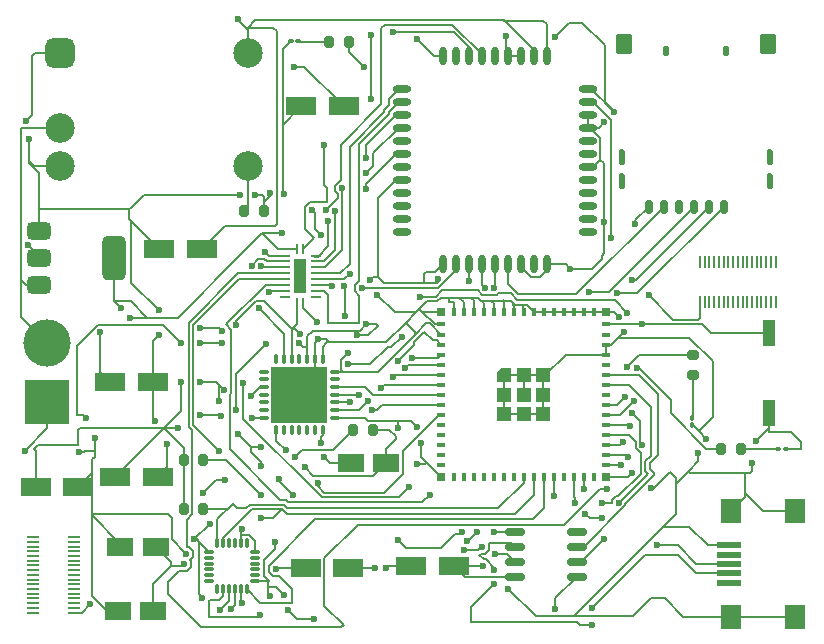
<source format=gbr>
%TF.GenerationSoftware,KiCad,Pcbnew,8.0.5*%
%TF.CreationDate,2024-10-19T16:38:56-04:00*%
%TF.ProjectId,emerald_pcb,656d6572-616c-4645-9f70-63622e6b6963,rev?*%
%TF.SameCoordinates,Original*%
%TF.FileFunction,Copper,L1,Top*%
%TF.FilePolarity,Positive*%
%FSLAX46Y46*%
G04 Gerber Fmt 4.6, Leading zero omitted, Abs format (unit mm)*
G04 Created by KiCad (PCBNEW 8.0.5) date 2024-10-19 16:38:56*
%MOMM*%
%LPD*%
G01*
G04 APERTURE LIST*
G04 Aperture macros list*
%AMRoundRect*
0 Rectangle with rounded corners*
0 $1 Rounding radius*
0 $2 $3 $4 $5 $6 $7 $8 $9 X,Y pos of 4 corners*
0 Add a 4 corners polygon primitive as box body*
4,1,4,$2,$3,$4,$5,$6,$7,$8,$9,$2,$3,0*
0 Add four circle primitives for the rounded corners*
1,1,$1+$1,$2,$3*
1,1,$1+$1,$4,$5*
1,1,$1+$1,$6,$7*
1,1,$1+$1,$8,$9*
0 Add four rect primitives between the rounded corners*
20,1,$1+$1,$2,$3,$4,$5,0*
20,1,$1+$1,$4,$5,$6,$7,0*
20,1,$1+$1,$6,$7,$8,$9,0*
20,1,$1+$1,$8,$9,$2,$3,0*%
%AMOutline5P*
0 Free polygon, 5 corners , with rotation*
0 The origin of the aperture is its center*
0 number of corners: always 5*
0 $1 to $10 corner X, Y*
0 $11 Rotation angle, in degrees counterclockwise*
0 create outline with 5 corners*
4,1,5,$1,$2,$3,$4,$5,$6,$7,$8,$9,$10,$1,$2,$11*%
%AMOutline6P*
0 Free polygon, 6 corners , with rotation*
0 The origin of the aperture is its center*
0 number of corners: always 6*
0 $1 to $12 corner X, Y*
0 $13 Rotation angle, in degrees counterclockwise*
0 create outline with 6 corners*
4,1,6,$1,$2,$3,$4,$5,$6,$7,$8,$9,$10,$11,$12,$1,$2,$13*%
%AMOutline7P*
0 Free polygon, 7 corners , with rotation*
0 The origin of the aperture is its center*
0 number of corners: always 7*
0 $1 to $14 corner X, Y*
0 $15 Rotation angle, in degrees counterclockwise*
0 create outline with 7 corners*
4,1,7,$1,$2,$3,$4,$5,$6,$7,$8,$9,$10,$11,$12,$13,$14,$1,$2,$15*%
%AMOutline8P*
0 Free polygon, 8 corners , with rotation*
0 The origin of the aperture is its center*
0 number of corners: always 8*
0 $1 to $16 corner X, Y*
0 $17 Rotation angle, in degrees counterclockwise*
0 create outline with 8 corners*
4,1,8,$1,$2,$3,$4,$5,$6,$7,$8,$9,$10,$11,$12,$13,$14,$15,$16,$1,$2,$17*%
G04 Aperture macros list end*
%TA.AperFunction,SMDPad,CuDef*%
%ADD10RoundRect,0.250000X-1.050000X-0.550000X1.050000X-0.550000X1.050000X0.550000X-1.050000X0.550000X0*%
%TD*%
%TA.AperFunction,SMDPad,CuDef*%
%ADD11RoundRect,0.200000X-0.200000X-0.275000X0.200000X-0.275000X0.200000X0.275000X-0.200000X0.275000X0*%
%TD*%
%TA.AperFunction,SMDPad,CuDef*%
%ADD12RoundRect,0.162500X0.162500X0.412500X-0.162500X0.412500X-0.162500X-0.412500X0.162500X-0.412500X0*%
%TD*%
%TA.AperFunction,SMDPad,CuDef*%
%ADD13RoundRect,0.112500X0.112500X0.537500X-0.112500X0.537500X-0.112500X-0.537500X0.112500X-0.537500X0*%
%TD*%
%TA.AperFunction,SMDPad,CuDef*%
%ADD14RoundRect,0.250000X0.450000X0.600000X-0.450000X0.600000X-0.450000X-0.600000X0.450000X-0.600000X0*%
%TD*%
%TA.AperFunction,SMDPad,CuDef*%
%ADD15RoundRect,0.135000X0.135000X0.265000X-0.135000X0.265000X-0.135000X-0.265000X0.135000X-0.265000X0*%
%TD*%
%TA.AperFunction,SMDPad,CuDef*%
%ADD16R,0.800000X0.400000*%
%TD*%
%TA.AperFunction,SMDPad,CuDef*%
%ADD17R,0.400000X0.800000*%
%TD*%
%TA.AperFunction,SMDPad,CuDef*%
%ADD18Outline5P,-0.600000X0.204000X-0.204000X0.600000X0.600000X0.600000X0.600000X-0.600000X-0.600000X-0.600000X0.000000*%
%TD*%
%TA.AperFunction,SMDPad,CuDef*%
%ADD19R,1.200000X1.200000*%
%TD*%
%TA.AperFunction,SMDPad,CuDef*%
%ADD20R,0.800000X0.800000*%
%TD*%
%TA.AperFunction,SMDPad,CuDef*%
%ADD21R,2.200000X1.600000*%
%TD*%
%TA.AperFunction,SMDPad,CuDef*%
%ADD22RoundRect,0.100000X-0.130000X-0.100000X0.130000X-0.100000X0.130000X0.100000X-0.130000X0.100000X0*%
%TD*%
%TA.AperFunction,SMDPad,CuDef*%
%ADD23R,0.240000X0.900000*%
%TD*%
%TA.AperFunction,SMDPad,CuDef*%
%ADD24R,0.900000X0.240000*%
%TD*%
%TA.AperFunction,SMDPad,CuDef*%
%ADD25R,1.000000X2.900000*%
%TD*%
%TA.AperFunction,SMDPad,CuDef*%
%ADD26RoundRect,0.075000X-0.350000X-0.075000X0.350000X-0.075000X0.350000X0.075000X-0.350000X0.075000X0*%
%TD*%
%TA.AperFunction,SMDPad,CuDef*%
%ADD27RoundRect,0.075000X0.075000X-0.350000X0.075000X0.350000X-0.075000X0.350000X-0.075000X-0.350000X0*%
%TD*%
%TA.AperFunction,SMDPad,CuDef*%
%ADD28RoundRect,0.150000X-0.675000X-0.150000X0.675000X-0.150000X0.675000X0.150000X-0.675000X0.150000X0*%
%TD*%
%TA.AperFunction,SMDPad,CuDef*%
%ADD29R,0.230000X1.000000*%
%TD*%
%TA.AperFunction,SMDPad,CuDef*%
%ADD30RoundRect,0.200000X0.200000X0.275000X-0.200000X0.275000X-0.200000X-0.275000X0.200000X-0.275000X0*%
%TD*%
%TA.AperFunction,SMDPad,CuDef*%
%ADD31RoundRect,0.100000X0.130000X0.100000X-0.130000X0.100000X-0.130000X-0.100000X0.130000X-0.100000X0*%
%TD*%
%TA.AperFunction,ComponentPad*%
%ADD32R,3.800000X3.800000*%
%TD*%
%TA.AperFunction,ComponentPad*%
%ADD33C,4.000000*%
%TD*%
%TA.AperFunction,SMDPad,CuDef*%
%ADD34RoundRect,0.200000X0.275000X-0.200000X0.275000X0.200000X-0.275000X0.200000X-0.275000X-0.200000X0*%
%TD*%
%TA.AperFunction,ComponentPad*%
%ADD35RoundRect,0.625000X-0.625000X-0.625000X0.625000X-0.625000X0.625000X0.625000X-0.625000X0.625000X0*%
%TD*%
%TA.AperFunction,ComponentPad*%
%ADD36C,2.500000*%
%TD*%
%TA.AperFunction,SMDPad,CuDef*%
%ADD37O,1.600000X0.600000*%
%TD*%
%TA.AperFunction,SMDPad,CuDef*%
%ADD38O,0.600000X1.600000*%
%TD*%
%TA.AperFunction,SMDPad,CuDef*%
%ADD39RoundRect,0.100000X0.100000X-0.130000X0.100000X0.130000X-0.100000X0.130000X-0.100000X-0.130000X0*%
%TD*%
%TA.AperFunction,SMDPad,CuDef*%
%ADD40RoundRect,0.375000X-0.625000X-0.375000X0.625000X-0.375000X0.625000X0.375000X-0.625000X0.375000X0*%
%TD*%
%TA.AperFunction,SMDPad,CuDef*%
%ADD41RoundRect,0.500000X-0.500000X-1.400000X0.500000X-1.400000X0.500000X1.400000X-0.500000X1.400000X0*%
%TD*%
%TA.AperFunction,SMDPad,CuDef*%
%ADD42R,1.120000X2.160000*%
%TD*%
%TA.AperFunction,SMDPad,CuDef*%
%ADD43RoundRect,0.075000X-0.312500X-0.075000X0.312500X-0.075000X0.312500X0.075000X-0.312500X0.075000X0*%
%TD*%
%TA.AperFunction,SMDPad,CuDef*%
%ADD44RoundRect,0.075000X-0.075000X-0.312500X0.075000X-0.312500X0.075000X0.312500X-0.075000X0.312500X0*%
%TD*%
%TA.AperFunction,HeatsinkPad*%
%ADD45R,4.800000X4.800000*%
%TD*%
%TA.AperFunction,SMDPad,CuDef*%
%ADD46R,2.000000X0.500000*%
%TD*%
%TA.AperFunction,SMDPad,CuDef*%
%ADD47R,1.700000X2.000000*%
%TD*%
%TA.AperFunction,SMDPad,CuDef*%
%ADD48R,1.000000X0.230000*%
%TD*%
%TA.AperFunction,ViaPad*%
%ADD49C,0.600000*%
%TD*%
%TA.AperFunction,Conductor*%
%ADD50C,0.200000*%
%TD*%
G04 APERTURE END LIST*
D10*
%TO.P,C10,1*%
%TO.N,Net-(U1-EN)*%
X63833600Y-83312000D03*
%TO.P,C10,2*%
%TO.N,Net-(U6-~{RTS})*%
X67433600Y-83312000D03*
%TD*%
D11*
%TO.P,R7,1*%
%TO.N,Net-(U7-Vo_Adj)*%
X58649600Y-53086000D03*
%TO.P,R7,2*%
%TO.N,GND*%
X60299600Y-53086000D03*
%TD*%
%TO.P,R6,1*%
%TO.N,Net-(U1-EN)*%
X67895200Y-71628000D03*
%TO.P,R6,2*%
%TO.N,Net-(U1-3V3)*%
X69545200Y-71628000D03*
%TD*%
D12*
%TO.P,J1,1,VCC*%
%TO.N,Net-(J1-VCC)*%
X94162400Y-52744400D03*
%TO.P,J1,2,RST*%
%TO.N,Net-(J1-RST)*%
X96702400Y-52744400D03*
%TO.P,J1,3,CLK*%
%TO.N,Net-(J1-CLK)*%
X99242400Y-52744400D03*
%TO.P,J1,5,GND*%
%TO.N,GND*%
X92892400Y-52744400D03*
%TO.P,J1,6,VPP*%
%TO.N,unconnected-(J1-VPP-Pad6)*%
X95432400Y-52744400D03*
%TO.P,J1,7,I/O*%
%TO.N,Net-(J1-I{slash}O)*%
X97972400Y-52744400D03*
D13*
%TO.P,J1,SH*%
%TO.N,N/C*%
X103187400Y-50574400D03*
X103187400Y-48574400D03*
D14*
X103022400Y-39014400D03*
D15*
X99452400Y-39594400D03*
X94372400Y-39594400D03*
D14*
X90812400Y-39014400D03*
D13*
X90647400Y-50574400D03*
X90647400Y-48574400D03*
%TD*%
D11*
%TO.P,R1,1*%
%TO.N,Net-(U1-3V3)*%
X53518800Y-78333600D03*
%TO.P,R1,2*%
%TO.N,Net-(U1-IO19)*%
X55168800Y-78333600D03*
%TD*%
D16*
%TO.P,U1,1,GND*%
%TO.N,GND*%
X75313200Y-62721200D03*
%TO.P,U1,2,GND*%
X75313200Y-63571200D03*
%TO.P,U1,3,3V3*%
%TO.N,Net-(U1-3V3)*%
X75313200Y-64421200D03*
%TO.P,U1,4,IO0*%
%TO.N,Net-(U1-IO0)*%
X75313200Y-65271200D03*
%TO.P,U1,5,IO1*%
%TO.N,Net-(U1-IO1)*%
X75313200Y-66121200D03*
%TO.P,U1,6,IO2*%
%TO.N,Net-(U1-IO2)*%
X75313200Y-66971200D03*
%TO.P,U1,7,IO3*%
%TO.N,Net-(U1-IO3)*%
X75313200Y-67821200D03*
%TO.P,U1,8,IO4*%
%TO.N,Net-(U1-IO4)*%
X75313200Y-68671200D03*
%TO.P,U1,9,IO5*%
%TO.N,Net-(U1-IO5)*%
X75313200Y-69521200D03*
%TO.P,U1,10,IO6*%
%TO.N,Net-(U1-IO6)*%
X75313200Y-70371200D03*
%TO.P,U1,11,IO7*%
%TO.N,unconnected-(U1-IO7-Pad11)*%
X75313200Y-71221200D03*
%TO.P,U1,12,IO8*%
%TO.N,unconnected-(U1-IO8-Pad12)*%
X75313200Y-72071200D03*
%TO.P,U1,13,IO9*%
%TO.N,unconnected-(U1-IO9-Pad13)*%
X75313200Y-72921200D03*
%TO.P,U1,14,IO10*%
%TO.N,unconnected-(U1-IO10-Pad14)*%
X75313200Y-73771200D03*
%TO.P,U1,15,IO11*%
%TO.N,unconnected-(U1-IO11-Pad15)*%
X75313200Y-74621200D03*
D17*
%TO.P,U1,16,IO12*%
%TO.N,unconnected-(U1-IO12-Pad16)*%
X76363200Y-75671200D03*
%TO.P,U1,17,IO13*%
%TO.N,unconnected-(U1-IO13-Pad17)*%
X77213200Y-75671200D03*
%TO.P,U1,18,IO14*%
%TO.N,unconnected-(U1-IO14-Pad18)*%
X78063200Y-75671200D03*
%TO.P,U1,19,IO15*%
%TO.N,unconnected-(U1-IO15-Pad19)*%
X78913200Y-75671200D03*
%TO.P,U1,20,IO16*%
%TO.N,unconnected-(U1-IO16-Pad20)*%
X79763200Y-75671200D03*
%TO.P,U1,21,IO17*%
%TO.N,unconnected-(U1-IO17-Pad21)*%
X80613200Y-75671200D03*
%TO.P,U1,22,IO18*%
%TO.N,unconnected-(U1-IO18-Pad22)*%
X81463200Y-75671200D03*
%TO.P,U1,23,IO19*%
%TO.N,Net-(U1-IO19)*%
X82313200Y-75671200D03*
%TO.P,U1,24,IO20*%
%TO.N,Net-(U1-IO20)*%
X83163200Y-75671200D03*
%TO.P,U1,25,IO21*%
%TO.N,Net-(U1-IO21)*%
X84013200Y-75671200D03*
%TO.P,U1,26,IO26*%
%TO.N,Net-(U1-IO26)*%
X84863200Y-75671200D03*
%TO.P,U1,27,IO47*%
%TO.N,unconnected-(U1-IO47-Pad27)*%
X85713200Y-75671200D03*
%TO.P,U1,28,IO33*%
%TO.N,Net-(U1-IO33)*%
X86563200Y-75671200D03*
%TO.P,U1,29,IO34*%
%TO.N,Net-(U1-IO34)*%
X87413200Y-75671200D03*
%TO.P,U1,30,IO48*%
%TO.N,unconnected-(U1-IO48-Pad30)*%
X88263200Y-75671200D03*
D16*
%TO.P,U1,31,IO35*%
%TO.N,Net-(U1-IO35)*%
X89313200Y-74621200D03*
%TO.P,U1,32,IO36*%
%TO.N,Net-(U1-IO36)*%
X89313200Y-73771200D03*
%TO.P,U1,33,IO37*%
%TO.N,Net-(U1-IO37)*%
X89313200Y-72921200D03*
%TO.P,U1,34,IO38*%
%TO.N,Net-(U1-IO38)*%
X89313200Y-72071200D03*
%TO.P,U1,35,IO39*%
%TO.N,Net-(U1-IO39)*%
X89313200Y-71221200D03*
%TO.P,U1,36,IO40*%
%TO.N,Net-(U1-IO40)*%
X89313200Y-70371200D03*
%TO.P,U1,37,IO41*%
%TO.N,Net-(U1-IO41)*%
X89313200Y-69521200D03*
%TO.P,U1,38,IO42*%
%TO.N,unconnected-(U1-IO42-Pad38)*%
X89313200Y-68671200D03*
%TO.P,U1,39,TXD0*%
%TO.N,Net-(U1-TXD0)*%
X89313200Y-67821200D03*
%TO.P,U1,40,RXD0*%
%TO.N,Net-(U1-RXD0)*%
X89313200Y-66971200D03*
%TO.P,U1,41,IO45*%
%TO.N,unconnected-(U1-IO45-Pad41)*%
X89313200Y-66121200D03*
%TO.P,U1,42,GND*%
%TO.N,GND*%
X89313200Y-65271200D03*
%TO.P,U1,43,GND*%
X89313200Y-64421200D03*
%TO.P,U1,44,IO46*%
%TO.N,unconnected-(U1-IO46-Pad44)*%
X89313200Y-63571200D03*
%TO.P,U1,45,EN*%
%TO.N,Net-(U1-EN)*%
X89313200Y-62721200D03*
D17*
%TO.P,U1,46,GND*%
%TO.N,GND*%
X88263200Y-61671200D03*
%TO.P,U1,47,GND*%
X87413200Y-61671200D03*
%TO.P,U1,48,GND*%
X86563200Y-61671200D03*
%TO.P,U1,49,GND*%
X85713200Y-61671200D03*
%TO.P,U1,50,GND*%
X84863200Y-61671200D03*
%TO.P,U1,51,GND*%
X84013200Y-61671200D03*
%TO.P,U1,52,GND*%
X83163200Y-61671200D03*
%TO.P,U1,53,GND*%
X82313200Y-61671200D03*
%TO.P,U1,54,GND*%
X81463200Y-61671200D03*
%TO.P,U1,55,GND*%
X80613200Y-61671200D03*
%TO.P,U1,56,GND*%
X79763200Y-61671200D03*
%TO.P,U1,57,GND*%
X78913200Y-61671200D03*
%TO.P,U1,58,GND*%
X78063200Y-61671200D03*
%TO.P,U1,59,GND*%
X77213200Y-61671200D03*
%TO.P,U1,60,GND*%
X76363200Y-61671200D03*
D18*
%TO.P,U1,61,GND*%
X80663200Y-67021200D03*
D19*
X80663200Y-68671200D03*
X80663200Y-70321200D03*
X82313200Y-67021200D03*
X82313200Y-68671200D03*
X82313200Y-70321200D03*
X83963200Y-67021200D03*
X83963200Y-68671200D03*
X83963200Y-70321200D03*
D20*
%TO.P,U1,62,GND*%
X75313200Y-61671200D03*
%TO.P,U1,63,GND*%
X75313200Y-75671200D03*
%TO.P,U1,64,GND*%
X89313200Y-75671200D03*
%TO.P,U1,65,GND*%
X89313200Y-61671200D03*
%TD*%
D10*
%TO.P,C9,1*%
%TO.N,Net-(U1-IO0)*%
X72774400Y-83168000D03*
%TO.P,C9,2*%
%TO.N,Net-(U6-~{RTS})*%
X76374400Y-83168000D03*
%TD*%
D21*
%TO.P,C1,1*%
%TO.N,GND*%
X67662800Y-74422000D03*
%TO.P,C1,2*%
%TO.N,Net-(U1-3V3)*%
X70662800Y-74422000D03*
%TD*%
D22*
%TO.P,GPRS1,1,K*%
%TO.N,GND*%
X62581000Y-38760400D03*
%TO.P,GPRS1,2,A*%
%TO.N,Net-(GPRS1-A)*%
X63221000Y-38760400D03*
%TD*%
D23*
%TO.P,U5,1,VCCA*%
%TO.N,Net-(U1-3V3)*%
X63148400Y-56338400D03*
D24*
%TO.P,U5,2,A0*%
%TO.N,Net-(U1-IO33)*%
X62098400Y-56888400D03*
%TO.P,U5,3,A1*%
%TO.N,Net-(U1-IO34)*%
X62098400Y-57388400D03*
%TO.P,U5,4,A2*%
%TO.N,Net-(U1-IO35)*%
X62098400Y-57888400D03*
%TO.P,U5,5,A3*%
%TO.N,Net-(U1-IO36)*%
X62098400Y-58388400D03*
%TO.P,U5,6,A4*%
%TO.N,Net-(U1-IO37)*%
X62098400Y-58888400D03*
%TO.P,U5,7,A5*%
%TO.N,Net-(U1-IO38)*%
X62098400Y-59388400D03*
%TO.P,U5,8,A6*%
%TO.N,Net-(U1-IO39)*%
X62098400Y-59888400D03*
%TO.P,U5,9,A7*%
%TO.N,unconnected-(U5-A7-Pad9)*%
X62098400Y-60388400D03*
D23*
%TO.P,U5,10,GND*%
%TO.N,GND*%
X63148400Y-60938400D03*
%TO.P,U5,11,~{OE}*%
%TO.N,Net-(U1-IO26)*%
X63648400Y-60938400D03*
D24*
%TO.P,U5,12,B7*%
%TO.N,unconnected-(U5-B7-Pad12)*%
X64698400Y-60388400D03*
%TO.P,U5,13,B6*%
%TO.N,Net-(U2-UART1_RXD)*%
X64698400Y-59888400D03*
%TO.P,U5,14,B5*%
%TO.N,Net-(U2-~{PWRKEY})*%
X64698400Y-59388400D03*
%TO.P,U5,15,B4*%
%TO.N,Net-(U2-SIM_DET)*%
X64698400Y-58888400D03*
%TO.P,U5,16,B3*%
%TO.N,Net-(U2-UART1_TXD)*%
X64698400Y-58388400D03*
%TO.P,U5,17,B2*%
%TO.N,Net-(U2-UART1_RTS)*%
X64698400Y-57888400D03*
%TO.P,U5,18,B1*%
%TO.N,Net-(U2-UART1_CTS)*%
X64698400Y-57388400D03*
%TO.P,U5,19,B0*%
%TO.N,Net-(U2-UART1_DTR)*%
X64698400Y-56888400D03*
D23*
%TO.P,U5,20,VCCB*%
%TO.N,Net-(U2-VDD_EXT)*%
X63648400Y-56338400D03*
D25*
%TO.P,U5,21,NC*%
%TO.N,unconnected-(U5-NC-Pad21)*%
X63398400Y-58638400D03*
%TD*%
D26*
%TO.P,U4,1,CLKIN*%
%TO.N,GND*%
X55657200Y-81960400D03*
%TO.P,U4,2,NC*%
%TO.N,unconnected-(U4-NC-Pad2)*%
X55657200Y-82460400D03*
%TO.P,U4,3,NC*%
%TO.N,unconnected-(U4-NC-Pad3)*%
X55657200Y-82960400D03*
%TO.P,U4,4,NC*%
%TO.N,unconnected-(U4-NC-Pad4)*%
X55657200Y-83460400D03*
%TO.P,U4,5,NC*%
%TO.N,unconnected-(U4-NC-Pad5)*%
X55657200Y-83960400D03*
%TO.P,U4,6,AUX_DA*%
%TO.N,unconnected-(U4-AUX_DA-Pad6)*%
X55657200Y-84460400D03*
D27*
%TO.P,U4,7,AUX_CL*%
%TO.N,unconnected-(U4-AUX_CL-Pad7)*%
X56357200Y-85160400D03*
%TO.P,U4,8,VLOGIC*%
%TO.N,Net-(U1-3V3)*%
X56857200Y-85160400D03*
%TO.P,U4,9,AD0*%
%TO.N,GND*%
X57357200Y-85160400D03*
%TO.P,U4,10,REGOUT*%
%TO.N,Net-(U4-REGOUT)*%
X57857200Y-85160400D03*
%TO.P,U4,11,FSYNC*%
%TO.N,GND*%
X58357200Y-85160400D03*
%TO.P,U4,12,INT*%
%TO.N,Net-(U1-IO21)*%
X58857200Y-85160400D03*
D26*
%TO.P,U4,13,VDD*%
%TO.N,Net-(U1-3V3)*%
X59557200Y-84460400D03*
%TO.P,U4,14,NC*%
%TO.N,unconnected-(U4-NC-Pad14)*%
X59557200Y-83960400D03*
%TO.P,U4,15,NC*%
%TO.N,unconnected-(U4-NC-Pad15)*%
X59557200Y-83460400D03*
%TO.P,U4,16,NC*%
%TO.N,unconnected-(U4-NC-Pad16)*%
X59557200Y-82960400D03*
%TO.P,U4,17,NC*%
%TO.N,unconnected-(U4-NC-Pad17)*%
X59557200Y-82460400D03*
%TO.P,U4,18,GND*%
%TO.N,GND*%
X59557200Y-81960400D03*
D27*
%TO.P,U4,19,RESV*%
%TO.N,unconnected-(U4-RESV-Pad19)*%
X58857200Y-81260400D03*
%TO.P,U4,20,CPOUT*%
%TO.N,GND*%
X58357200Y-81260400D03*
%TO.P,U4,21,RESV*%
%TO.N,unconnected-(U4-RESV-Pad21)*%
X57857200Y-81260400D03*
%TO.P,U4,22,RESV*%
%TO.N,unconnected-(U4-RESV-Pad22)*%
X57357200Y-81260400D03*
%TO.P,U4,23,SCL*%
%TO.N,Net-(U1-IO20)*%
X56857200Y-81260400D03*
%TO.P,U4,24,SDA*%
%TO.N,Net-(U1-IO19)*%
X56357200Y-81260400D03*
%TD*%
D28*
%TO.P,U6,1,UD+*%
%TO.N,Net-(J2-D+)*%
X81550600Y-80289400D03*
%TO.P,U6,2,UD-*%
%TO.N,Net-(J2-D-)*%
X81550600Y-81559400D03*
%TO.P,U6,3,GND*%
%TO.N,GND*%
X81550600Y-82829400D03*
%TO.P,U6,4,~{RTS}*%
%TO.N,Net-(U6-~{RTS})*%
X81550600Y-84099400D03*
%TO.P,U6,5,VCC*%
%TO.N,Net-(U1-3V3)*%
X86800600Y-84099400D03*
%TO.P,U6,6,TXD*%
%TO.N,Net-(U1-TXD0)*%
X86800600Y-82829400D03*
%TO.P,U6,7,RXD*%
%TO.N,Net-(U1-RXD0)*%
X86800600Y-81559400D03*
%TO.P,U6,8,V3*%
%TO.N,unconnected-(U6-V3-Pad8)*%
X86800600Y-80289400D03*
%TD*%
D10*
%TO.P,C6,1*%
%TO.N,Net-(U1-3V3)*%
X47708000Y-75641200D03*
%TO.P,C6,2*%
%TO.N,GND*%
X51308000Y-75641200D03*
%TD*%
D29*
%TO.P,AE2,1,A*%
%TO.N,Net-(AE2-A)*%
X97232000Y-60804000D03*
%TO.P,AE2,2*%
%TO.N,N/C*%
X97632000Y-60804000D03*
%TO.P,AE2,3*%
X98032000Y-60804000D03*
%TO.P,AE2,4*%
X98432000Y-60804000D03*
%TO.P,AE2,5*%
X98832000Y-60804000D03*
%TO.P,AE2,6*%
X99232000Y-60804000D03*
%TO.P,AE2,7*%
X99632000Y-60804000D03*
%TO.P,AE2,8*%
X100032000Y-60804000D03*
%TO.P,AE2,9*%
X100432000Y-60804000D03*
%TO.P,AE2,10*%
X100832000Y-60804000D03*
%TO.P,AE2,11*%
X101232000Y-60804000D03*
%TO.P,AE2,12*%
X101632000Y-60804000D03*
%TO.P,AE2,13*%
X102032000Y-60804000D03*
%TO.P,AE2,14*%
X102432000Y-60804000D03*
%TO.P,AE2,15*%
X102832000Y-60804000D03*
%TO.P,AE2,16*%
X103232000Y-60804000D03*
%TO.P,AE2,17*%
X103632000Y-60804000D03*
%TO.P,AE2,18*%
X103632000Y-57404000D03*
%TO.P,AE2,19*%
X103232000Y-57404000D03*
%TO.P,AE2,20*%
X102832000Y-57404000D03*
%TO.P,AE2,21*%
X102432000Y-57404000D03*
%TO.P,AE2,22*%
X102032000Y-57404000D03*
%TO.P,AE2,23*%
X101632000Y-57404000D03*
%TO.P,AE2,24*%
X101232000Y-57404000D03*
%TO.P,AE2,25*%
X100832000Y-57404000D03*
%TO.P,AE2,26*%
X100432000Y-57404000D03*
%TO.P,AE2,27*%
X100032000Y-57404000D03*
%TO.P,AE2,28*%
X99632000Y-57404000D03*
%TO.P,AE2,29*%
X99232000Y-57404000D03*
%TO.P,AE2,30*%
X98832000Y-57404000D03*
%TO.P,AE2,31*%
X98432000Y-57404000D03*
%TO.P,AE2,32*%
X98032000Y-57404000D03*
%TO.P,AE2,33*%
X97632000Y-57404000D03*
%TO.P,AE2,34*%
X97232000Y-57404000D03*
%TD*%
D30*
%TO.P,R5,1*%
%TO.N,Net-(LORA1-A)*%
X100699400Y-73253600D03*
%TO.P,R5,2*%
%TO.N,Net-(U1-IO40)*%
X99049400Y-73253600D03*
%TD*%
D21*
%TO.P,C3,1*%
%TO.N,Net-(U4-REGOUT)*%
X50952400Y-87020400D03*
%TO.P,C3,2*%
%TO.N,GND*%
X47952400Y-87020400D03*
%TD*%
D10*
%TO.P,C4,1*%
%TO.N,Net-(U1-3V3)*%
X41002400Y-76454000D03*
%TO.P,C4,2*%
%TO.N,GND*%
X44602400Y-76454000D03*
%TD*%
D11*
%TO.P,R2,1*%
%TO.N,Net-(U1-3V3)*%
X53531000Y-74168000D03*
%TO.P,R2,2*%
%TO.N,Net-(U1-IO20)*%
X55181000Y-74168000D03*
%TD*%
D31*
%TO.P,LORA,1,K*%
%TO.N,GND*%
X104510800Y-73304400D03*
%TO.P,LORA,2,A*%
%TO.N,Net-(LORA1-A)*%
X103870800Y-73304400D03*
%TD*%
D32*
%TO.P,PWR,1*%
%TO.N,GND*%
X41960800Y-69312800D03*
D33*
%TO.P,PWR,2*%
%TO.N,Net-(J3-Pin_1)*%
X41960800Y-64312800D03*
%TD*%
D30*
%TO.P,R3,1*%
%TO.N,Net-(U2-STATUS)*%
X67513200Y-38811200D03*
%TO.P,R3,2*%
%TO.N,Net-(GPRS1-A)*%
X65863200Y-38811200D03*
%TD*%
D34*
%TO.P,R4,1*%
%TO.N,Net-(ACCEL1-A)*%
X96672400Y-66978800D03*
%TO.P,R4,2*%
%TO.N,Net-(U1-IO41)*%
X96672400Y-65328800D03*
%TD*%
D35*
%TO.P,U7,1,GND*%
%TO.N,GND*%
X43048000Y-39776400D03*
D36*
%TO.P,U7,2,VI*%
%TO.N,Net-(J3-Pin_1)*%
X43048000Y-46126400D03*
%TO.P,U7,3,~{Inhibit}*%
%TO.N,GND*%
X43048000Y-49296400D03*
%TO.P,U7,4,Vo_Adj*%
%TO.N,Net-(U7-Vo_Adj)*%
X58938000Y-49296400D03*
%TO.P,U7,5,VO*%
%TO.N,Net-(U7-VO)*%
X58928000Y-39776400D03*
%TD*%
D37*
%TO.P,U2,1,UART1_TXD*%
%TO.N,Net-(U2-UART1_TXD)*%
X72007600Y-42768800D03*
%TO.P,U2,2,UART1_RXD*%
%TO.N,Net-(U2-UART1_RXD)*%
X72007600Y-43868800D03*
%TO.P,U2,3,UART1_RTS*%
%TO.N,Net-(U2-UART1_RTS)*%
X72007600Y-44968800D03*
%TO.P,U2,4,UART1_CTS*%
%TO.N,Net-(U2-UART1_CTS)*%
X72007600Y-46068800D03*
%TO.P,U2,5,UART1_DCD*%
%TO.N,unconnected-(U2-UART1_DCD-Pad5)*%
X72007600Y-47168800D03*
%TO.P,U2,6,UART1_DTR*%
%TO.N,Net-(U2-UART1_DTR)*%
X72007600Y-48268800D03*
%TO.P,U2,7,UART1_RI*%
%TO.N,unconnected-(U2-UART1_RI-Pad7)*%
X72007600Y-49368800D03*
%TO.P,U2,8,GND*%
%TO.N,GND*%
X72007600Y-50468800D03*
%TO.P,U2,9,MICP*%
%TO.N,unconnected-(U2-MICP-Pad9)*%
X72007600Y-51568800D03*
%TO.P,U2,10,MICN*%
%TO.N,unconnected-(U2-MICN-Pad10)*%
X72007600Y-52668800D03*
%TO.P,U2,11,SPKP*%
%TO.N,unconnected-(U2-SPKP-Pad11)*%
X72007600Y-53768800D03*
%TO.P,U2,12,SPKN*%
%TO.N,unconnected-(U2-SPKN-Pad12)*%
X72007600Y-54868800D03*
D38*
%TO.P,U2,13,GND*%
%TO.N,GND*%
X75457600Y-57618800D03*
%TO.P,U2,14,SIM_DET*%
%TO.N,Net-(U2-SIM_DET)*%
X76557600Y-57618800D03*
%TO.P,U2,15,SIM_DATA*%
%TO.N,Net-(J1-I{slash}O)*%
X77657600Y-57618800D03*
%TO.P,U2,16,SIM_CLK*%
%TO.N,Net-(J1-CLK)*%
X78757600Y-57618800D03*
%TO.P,U2,17,SIM_RST*%
%TO.N,Net-(J1-RST)*%
X79857600Y-57618800D03*
%TO.P,U2,18,SIM_VDD*%
%TO.N,Net-(J1-VCC)*%
X80957600Y-57618800D03*
%TO.P,U2,19,GND*%
%TO.N,GND*%
X82057600Y-57618800D03*
%TO.P,U2,20,BT_ANT*%
%TO.N,unconnected-(U2-BT_ANT-Pad20)*%
X83157600Y-57618800D03*
%TO.P,U2,21,GND*%
%TO.N,GND*%
X84257600Y-57618800D03*
D37*
%TO.P,U2,22,UART2_TXD*%
%TO.N,unconnected-(U2-UART2_TXD-Pad22)*%
X87707600Y-54868800D03*
%TO.P,U2,23,UART2_RXD*%
%TO.N,unconnected-(U2-UART2_RXD-Pad23)*%
X87707600Y-53768800D03*
%TO.P,U2,24,USB_VBUS*%
%TO.N,unconnected-(U2-USB_VBUS-Pad24)*%
X87707600Y-52668800D03*
%TO.P,U2,25,USB_DP*%
%TO.N,unconnected-(U2-USB_DP-Pad25)*%
X87707600Y-51568800D03*
%TO.P,U2,26,USB_DM*%
%TO.N,unconnected-(U2-USB_DM-Pad26)*%
X87707600Y-50468800D03*
%TO.P,U2,27,GND*%
%TO.N,GND*%
X87707600Y-49368800D03*
%TO.P,U2,28,VRTC*%
%TO.N,unconnected-(U2-VRTC-Pad28)*%
X87707600Y-48268800D03*
%TO.P,U2,29,RF_SYNC*%
%TO.N,unconnected-(U2-RF_SYNC-Pad29)*%
X87707600Y-47168800D03*
%TO.P,U2,30,GND*%
%TO.N,GND*%
X87707600Y-46068800D03*
%TO.P,U2,31,GND*%
X87707600Y-44968800D03*
%TO.P,U2,32,GSM_ANT*%
%TO.N,Net-(AE2-A)*%
X87707600Y-43868800D03*
%TO.P,U2,33,GND*%
%TO.N,GND*%
X87707600Y-42768800D03*
D38*
%TO.P,U2,34,VBAT*%
%TO.N,Net-(U7-VO)*%
X84257600Y-40018800D03*
%TO.P,U2,35,VBAT*%
X83157600Y-40018800D03*
%TO.P,U2,36,GND*%
%TO.N,GND*%
X82057600Y-40018800D03*
%TO.P,U2,37,GND*%
X80957600Y-40018800D03*
%TO.P,U2,38,ADC*%
%TO.N,unconnected-(U2-ADC-Pad38)*%
X79857600Y-40018800D03*
%TO.P,U2,39,~{PWRKEY}*%
%TO.N,Net-(U2-~{PWRKEY})*%
X78757600Y-40018800D03*
%TO.P,U2,40,VDD_EXT*%
%TO.N,Net-(U2-VDD_EXT)*%
X77657600Y-40018800D03*
%TO.P,U2,41,NETLIGHT*%
%TO.N,unconnected-(U2-NETLIGHT-Pad41)*%
X76557600Y-40018800D03*
%TO.P,U2,42,STATUS*%
%TO.N,Net-(U2-STATUS)*%
X75457600Y-40018800D03*
%TD*%
D21*
%TO.P,C2,1*%
%TO.N,Net-(U4-REGOUT)*%
X51155600Y-81534000D03*
%TO.P,C2,2*%
%TO.N,GND*%
X48155600Y-81534000D03*
%TD*%
D39*
%TO.P,ACCEL1,1,K*%
%TO.N,GND*%
X96570800Y-71247400D03*
%TO.P,ACCEL1,2,A*%
%TO.N,Net-(ACCEL1-A)*%
X96570800Y-70607400D03*
%TD*%
D10*
%TO.P,C5,1*%
%TO.N,Net-(U1-3V3)*%
X47301600Y-67564000D03*
%TO.P,C5,2*%
%TO.N,GND*%
X50901600Y-67564000D03*
%TD*%
D40*
%TO.P,U8,1,GND*%
%TO.N,GND*%
X41299600Y-54799200D03*
%TO.P,U8,2,VO*%
%TO.N,Net-(U1-3V3)*%
X41299600Y-57099200D03*
D41*
X47599600Y-57099200D03*
D40*
%TO.P,U8,3,VI*%
%TO.N,Net-(J3-Pin_1)*%
X41299600Y-59399200D03*
%TD*%
D42*
%TO.P,SW1,1,1*%
%TO.N,Net-(U1-EN)*%
X103073200Y-63449200D03*
%TO.P,SW1,2,2*%
%TO.N,GND*%
X103073200Y-70179200D03*
%TD*%
D43*
%TO.P,U3,1,RFI_LF*%
%TO.N,unconnected-(U3-RFI_LF-Pad1)*%
X60334900Y-66706000D03*
%TO.P,U3,2,VR_ANA*%
%TO.N,unconnected-(U3-VR_ANA-Pad2)*%
X60334900Y-67356000D03*
%TO.P,U3,3,VBAT_ANA*%
%TO.N,Net-(U1-3V3)*%
X60334900Y-68006000D03*
%TO.P,U3,4,VR_DIG*%
%TO.N,unconnected-(U3-VR_DIG-Pad4)*%
X60334900Y-68656000D03*
%TO.P,U3,5,XTA*%
%TO.N,unconnected-(U3-XTA-Pad5)*%
X60334900Y-69306000D03*
%TO.P,U3,6,XTB*%
%TO.N,unconnected-(U3-XTB-Pad6)*%
X60334900Y-69956000D03*
%TO.P,U3,7,~{RESET}*%
%TO.N,Net-(U1-IO5)*%
X60334900Y-70606000D03*
D44*
%TO.P,U3,8,DIO0*%
%TO.N,Net-(U1-IO6)*%
X61372400Y-71643500D03*
%TO.P,U3,9,DIO1*%
%TO.N,unconnected-(U3-DIO1-Pad9)*%
X62022400Y-71643500D03*
%TO.P,U3,10,DIO2*%
%TO.N,unconnected-(U3-DIO2-Pad10)*%
X62672400Y-71643500D03*
%TO.P,U3,11,DIO3*%
%TO.N,unconnected-(U3-DIO3-Pad11)*%
X63322400Y-71643500D03*
%TO.P,U3,12,DIO4*%
%TO.N,unconnected-(U3-DIO4-Pad12)*%
X63972400Y-71643500D03*
%TO.P,U3,13,DIO5*%
%TO.N,unconnected-(U3-DIO5-Pad13)*%
X64622400Y-71643500D03*
%TO.P,U3,14,VBAT_DIG*%
%TO.N,Net-(U1-3V3)*%
X65272400Y-71643500D03*
D43*
%TO.P,U3,15,GND*%
%TO.N,GND*%
X66309900Y-70606000D03*
%TO.P,U3,16,SCK*%
%TO.N,Net-(U1-IO1)*%
X66309900Y-69956000D03*
%TO.P,U3,17,MISO*%
%TO.N,Net-(U1-IO2)*%
X66309900Y-69306000D03*
%TO.P,U3,18,MOSI*%
%TO.N,Net-(U1-IO3)*%
X66309900Y-68656000D03*
%TO.P,U3,19,NSS*%
%TO.N,Net-(U1-IO4)*%
X66309900Y-68006000D03*
%TO.P,U3,20,RXTX/RF_MOD*%
%TO.N,unconnected-(U3-RXTX{slash}RF_MOD-Pad20)*%
X66309900Y-67356000D03*
%TO.P,U3,21,GND*%
%TO.N,GND*%
X66309900Y-66706000D03*
D44*
%TO.P,U3,22,GND*%
X65272400Y-65668500D03*
%TO.P,U3,23,GND*%
X64622400Y-65668500D03*
%TO.P,U3,24,VBAT_RF*%
%TO.N,Net-(U1-3V3)*%
X63972400Y-65668500D03*
%TO.P,U3,25,VR_PA*%
%TO.N,unconnected-(U3-VR_PA-Pad25)*%
X63322400Y-65668500D03*
%TO.P,U3,26,GND*%
%TO.N,GND*%
X62672400Y-65668500D03*
%TO.P,U3,27,PA_BOOST*%
%TO.N,Net-(AE1-A)*%
X62022400Y-65668500D03*
%TO.P,U3,28,RFO_LF*%
%TO.N,unconnected-(U3-RFO_LF-Pad28)*%
X61372400Y-65668500D03*
D45*
%TO.P,U3,29,GND*%
%TO.N,GND*%
X63322400Y-68656000D03*
%TD*%
D46*
%TO.P,J2,1,VBUS*%
%TO.N,unconnected-(J2-VBUS-Pad1)*%
X99725000Y-84600000D03*
%TO.P,J2,2,D-*%
%TO.N,Net-(J2-D-)*%
X99725000Y-83800000D03*
%TO.P,J2,3,D+*%
%TO.N,Net-(J2-D+)*%
X99725000Y-83000000D03*
%TO.P,J2,4,ID*%
%TO.N,unconnected-(J2-ID-Pad4)*%
X99725000Y-82200000D03*
%TO.P,J2,5,GND*%
%TO.N,GND*%
X99725000Y-81400000D03*
D47*
%TO.P,J2,6,Shield*%
X99825000Y-87450000D03*
X105275000Y-87450000D03*
X99825000Y-78550000D03*
X105275000Y-78550000D03*
%TD*%
D48*
%TO.P,AE1,1,A*%
%TO.N,Net-(AE1-A)*%
X44196000Y-87121200D03*
%TO.P,AE1,2*%
%TO.N,N/C*%
X44196000Y-86721200D03*
%TO.P,AE1,3*%
X44196000Y-86321200D03*
%TO.P,AE1,4*%
X44196000Y-85921200D03*
%TO.P,AE1,5*%
X44196000Y-85521200D03*
%TO.P,AE1,6*%
X44196000Y-85121200D03*
%TO.P,AE1,7*%
X44196000Y-84721200D03*
%TO.P,AE1,8*%
X44196000Y-84321200D03*
%TO.P,AE1,9*%
X44196000Y-83921200D03*
%TO.P,AE1,10*%
X44196000Y-83521200D03*
%TO.P,AE1,11*%
X44196000Y-83121200D03*
%TO.P,AE1,12*%
X44196000Y-82721200D03*
%TO.P,AE1,13*%
X44196000Y-82321200D03*
%TO.P,AE1,14*%
X44196000Y-81921200D03*
%TO.P,AE1,15*%
X44196000Y-81521200D03*
%TO.P,AE1,16*%
X44196000Y-81121200D03*
%TO.P,AE1,17*%
X44196000Y-80721200D03*
%TO.P,AE1,18*%
X40796000Y-80721200D03*
%TO.P,AE1,19*%
X40796000Y-81121200D03*
%TO.P,AE1,20*%
X40796000Y-81521200D03*
%TO.P,AE1,21*%
X40796000Y-81921200D03*
%TO.P,AE1,22*%
X40796000Y-82321200D03*
%TO.P,AE1,23*%
X40796000Y-82721200D03*
%TO.P,AE1,24*%
X40796000Y-83121200D03*
%TO.P,AE1,25*%
X40796000Y-83521200D03*
%TO.P,AE1,26*%
X40796000Y-83921200D03*
%TO.P,AE1,27*%
X40796000Y-84321200D03*
%TO.P,AE1,28*%
X40796000Y-84721200D03*
%TO.P,AE1,29*%
X40796000Y-85121200D03*
%TO.P,AE1,30*%
X40796000Y-85521200D03*
%TO.P,AE1,31*%
X40796000Y-85921200D03*
%TO.P,AE1,32*%
X40796000Y-86321200D03*
%TO.P,AE1,33*%
X40796000Y-86721200D03*
%TO.P,AE1,34*%
X40796000Y-87121200D03*
%TD*%
D10*
%TO.P,C7,1*%
%TO.N,GND*%
X51467200Y-56337200D03*
%TO.P,C7,2*%
%TO.N,Net-(U7-VO)*%
X55067200Y-56337200D03*
%TD*%
%TO.P,C8,1*%
%TO.N,GND*%
X63478000Y-44254800D03*
%TO.P,C8,2*%
%TO.N,Net-(U7-VO)*%
X67078000Y-44254800D03*
%TD*%
D49*
%TO.N,GND*%
X40081200Y-73406000D03*
X59588400Y-51765200D03*
X97078800Y-73609200D03*
X90830400Y-63321200D03*
X58457200Y-86290546D03*
X54397200Y-80924400D03*
X51409600Y-63601600D03*
X62017200Y-51714400D03*
X79857600Y-82194400D03*
X73609200Y-72745600D03*
X45974000Y-72339200D03*
X53746400Y-82143600D03*
X52120800Y-72847200D03*
X97776737Y-72403263D03*
X75051891Y-58846691D03*
X91490800Y-75285600D03*
X91744800Y-54203600D03*
X69900800Y-60189200D03*
X67411600Y-65157200D03*
X80822800Y-38303200D03*
X56591200Y-86919200D03*
X55104394Y-85860266D03*
X64922400Y-63957200D03*
X84988400Y-38354000D03*
X51409600Y-61538000D03*
X89916000Y-44754800D03*
X55727600Y-79603600D03*
X56743600Y-63296800D03*
X73244800Y-71424800D03*
X58267600Y-51765200D03*
X80987366Y-85099401D03*
X51104800Y-70926400D03*
X57972400Y-62726944D03*
X65379600Y-73905200D03*
X89112800Y-54051200D03*
X101600000Y-74472800D03*
X102006400Y-72593200D03*
X69291200Y-58978800D03*
X89105935Y-45615665D03*
X90391117Y-62121200D03*
X58441495Y-80067225D03*
X73244800Y-74574400D03*
X54930800Y-63042800D03*
X40182800Y-45466000D03*
X93116400Y-76555600D03*
X60817200Y-51612800D03*
X40436800Y-46990000D03*
X44653200Y-73507600D03*
X86258400Y-57998000D03*
X63355135Y-63507535D03*
X71678800Y-71475600D03*
%TO.N,Net-(AE1-A)*%
X56743600Y-64262000D03*
X45262800Y-70662800D03*
X45618400Y-86410800D03*
X59893200Y-61366400D03*
X54940400Y-64262000D03*
X53330800Y-64262000D03*
%TO.N,Net-(AE2-A)*%
X92913200Y-60248800D03*
X89712800Y-55422800D03*
%TO.N,Net-(U1-3V3)*%
X62788800Y-77165200D03*
X48209200Y-61366400D03*
X56490400Y-69189600D03*
X59944000Y-87319200D03*
X54940400Y-70408800D03*
X71976065Y-63746465D03*
X60096400Y-73101200D03*
X64516000Y-87630000D03*
X65164000Y-55168800D03*
X67070787Y-59488399D03*
X61264800Y-81127600D03*
X61976000Y-85598000D03*
X40328800Y-56032400D03*
X57954000Y-69951600D03*
X68986400Y-62696800D03*
X60807600Y-85700000D03*
X53035200Y-71526400D03*
X71645865Y-65854665D03*
X58134400Y-71983600D03*
X67462400Y-66106000D03*
X60502800Y-64363600D03*
X67157600Y-62036400D03*
X46474465Y-63390865D03*
X64414400Y-53035200D03*
X63240188Y-64248677D03*
X62353721Y-86900000D03*
X56692800Y-70510400D03*
X59179649Y-68797358D03*
X54930800Y-67614800D03*
X65125600Y-72745600D03*
X48971200Y-62138000D03*
X60096400Y-74726800D03*
X61569600Y-75793600D03*
X56956400Y-68275200D03*
X53330800Y-67564000D03*
X68224400Y-63636600D03*
X63754000Y-74828400D03*
X61874400Y-55016400D03*
X84988400Y-86826800D03*
%TO.N,Net-(U4-REGOUT)*%
X53533600Y-83012193D03*
X57510041Y-86848888D03*
%TO.N,Net-(U7-VO)*%
X58115200Y-36868000D03*
X62890400Y-40894000D03*
%TO.N,Net-(J2-D-)*%
X79806800Y-84699400D03*
X88087200Y-88176400D03*
X79806800Y-83499400D03*
X88087200Y-86757600D03*
%TO.N,Net-(U6-~{RTS})*%
X78841600Y-83210400D03*
X69697600Y-83362800D03*
%TO.N,Net-(U1-IO0)*%
X70612000Y-83362800D03*
X72827857Y-65521200D03*
%TO.N,Net-(U1-EN)*%
X62941200Y-73964800D03*
X92303600Y-62687200D03*
X56997600Y-75895200D03*
X61315600Y-83413600D03*
X55168800Y-77012800D03*
%TO.N,Net-(J1-RST)*%
X87801727Y-59953600D03*
X79806800Y-59598000D03*
%TO.N,Net-(J1-CLK)*%
X79006797Y-59598000D03*
X90244085Y-60051245D03*
%TO.N,Net-(J1-I{slash}O)*%
X77673200Y-59029600D03*
X91440000Y-58928000D03*
%TO.N,Net-(U1-IO20)*%
X60045600Y-77124000D03*
X60045600Y-79095600D03*
%TO.N,Net-(U2-STATUS)*%
X73253600Y-38579200D03*
X68792800Y-40894000D03*
%TO.N,Net-(U1-IO41)*%
X90881200Y-68884800D03*
X91033600Y-66344800D03*
%TO.N,Net-(U1-IO40)*%
X91897200Y-66371200D03*
X91607570Y-69220048D03*
%TO.N,Net-(U1-IO37)*%
X56540400Y-73406000D03*
X90748000Y-72671200D03*
%TO.N,Net-(U1-IO1)*%
X72288400Y-66371200D03*
X69088000Y-69189600D03*
%TO.N,Net-(U1-IO26)*%
X72593200Y-76524000D03*
X71678800Y-80975200D03*
X77114400Y-80289400D03*
X58572400Y-67716400D03*
X64770000Y-62484000D03*
X84836000Y-77266800D03*
%TO.N,Net-(U1-IO3)*%
X70205600Y-68071200D03*
X68326000Y-68732400D03*
%TO.N,Net-(U1-IO38)*%
X88948065Y-77873665D03*
X78783265Y-81541535D03*
X77263869Y-81849790D03*
X74371200Y-77124000D03*
%TO.N,Net-(U1-IO34)*%
X77470000Y-81076800D03*
X59296397Y-57788400D03*
X78385128Y-80289400D03*
X87426800Y-76616000D03*
%TO.N,Net-(U1-IO6)*%
X62179200Y-73355200D03*
X64871600Y-76149200D03*
%TO.N,Net-(U1-IO33)*%
X86664800Y-77816000D03*
X88900000Y-79146400D03*
X87528400Y-78790800D03*
X60442009Y-56596305D03*
%TO.N,Net-(U1-TXD0)*%
X89103200Y-80924400D03*
X90337473Y-77816000D03*
%TO.N,Net-(U1-IO2)*%
X71221600Y-67157600D03*
X67564000Y-69256000D03*
%TO.N,Net-(U1-IO5)*%
X69494400Y-69951600D03*
X59334400Y-70612000D03*
%TO.N,Net-(U1-IO39)*%
X73507600Y-60401200D03*
X60706000Y-59944000D03*
X91348000Y-71323200D03*
X91084400Y-61722000D03*
%TO.N,Net-(U1-IO35)*%
X90544800Y-74635612D03*
X92344800Y-72914834D03*
X91490800Y-70205600D03*
X60096400Y-57788400D03*
%TO.N,Net-(U1-IO36)*%
X91144800Y-73964800D03*
X89357200Y-76616000D03*
%TO.N,Net-(U2-~{PWRKEY})*%
X66040000Y-59488400D03*
X65532000Y-53035200D03*
%TO.N,Net-(U2-SIM_DET)*%
X68597865Y-59657065D03*
X67612065Y-58407665D03*
%TO.N,Net-(U2-UART1_CTS)*%
X66364000Y-53086000D03*
X68976800Y-49936400D03*
%TO.N,Net-(U2-UART1_RTS)*%
X66964000Y-51206400D03*
X68986400Y-48666400D03*
%TO.N,Net-(U2-UART1_DTR)*%
X65764000Y-54000400D03*
X68976800Y-51257200D03*
%TO.N,Net-(U2-VDD_EXT)*%
X71214065Y-37979200D03*
X69392800Y-43637200D03*
X65379600Y-47548800D03*
X69392800Y-38201600D03*
%TO.N,Net-(J2-D+)*%
X93624400Y-81432400D03*
X79806800Y-80314800D03*
%TD*%
D50*
%TO.N,GND*%
X95202200Y-78782400D02*
X95202200Y-76982400D01*
X93992300Y-79992300D02*
X95202200Y-78782400D01*
X93992300Y-79992300D02*
X94152200Y-79832400D01*
X93596300Y-80388300D02*
X93992300Y-79992300D01*
%TO.N,Net-(J2-D-)*%
X96919800Y-83800000D02*
X99725000Y-83800000D01*
X95352200Y-82232400D02*
X96919800Y-83800000D01*
%TO.N,Net-(J2-D+)*%
X96919800Y-83000000D02*
X99725000Y-83000000D01*
X95352200Y-81432400D02*
X96919800Y-83000000D01*
%TO.N,GND*%
X97900000Y-81400000D02*
X99725000Y-81400000D01*
X94152200Y-79832400D02*
X96332400Y-79832400D01*
X96332400Y-79832400D02*
X97900000Y-81400000D01*
X102591200Y-78550000D02*
X105275000Y-78550000D01*
X101041200Y-77000000D02*
X102591200Y-78550000D01*
X101041200Y-77000000D02*
X101041200Y-77333800D01*
X101041200Y-75285600D02*
X101041200Y-77000000D01*
X101041200Y-77333800D02*
X99825000Y-78550000D01*
%TO.N,Net-(ACCEL1-A)*%
X96672400Y-70505800D02*
X96672400Y-66978800D01*
X96570800Y-70607400D02*
X96672400Y-70505800D01*
%TO.N,GND*%
X89313200Y-64421200D02*
X89313200Y-65271200D01*
X65896400Y-74422000D02*
X65379600Y-73905200D01*
X52120800Y-74828400D02*
X51308000Y-75641200D01*
X57972400Y-62438671D02*
X59654271Y-60756800D01*
X77213200Y-61671200D02*
X77213200Y-60855600D01*
X84257600Y-57618800D02*
X84257600Y-58118800D01*
X88652800Y-46068800D02*
X89105935Y-45615665D01*
X96418400Y-75285600D02*
X96266000Y-75133200D01*
X101041200Y-75285600D02*
X96418400Y-75285600D01*
X74797891Y-58278509D02*
X74055491Y-58278509D01*
X89916000Y-44754800D02*
X89154000Y-43992800D01*
X84108800Y-67021200D02*
X85858800Y-65271200D01*
X88900000Y-57150000D02*
X88900000Y-56896000D01*
X86258400Y-57998000D02*
X85879200Y-57618800D01*
X69951600Y-52024800D02*
X71507600Y-50468800D01*
X50139600Y-51765200D02*
X58267600Y-51765200D01*
X54793400Y-85549272D02*
X55104394Y-85860266D01*
X104952800Y-71831200D02*
X103073200Y-71831200D01*
X96620874Y-71247400D02*
X97116337Y-71742863D01*
X50901600Y-70723200D02*
X51104800Y-70926400D01*
X48155600Y-81302600D02*
X48155600Y-81534000D01*
X79552800Y-60706000D02*
X79763200Y-60916400D01*
X58357200Y-80151520D02*
X58357200Y-80619600D01*
X70637400Y-64236600D02*
X72313800Y-62560200D01*
X103073200Y-71526400D02*
X102006400Y-72593200D01*
X80663200Y-67021200D02*
X80663200Y-70321200D01*
X59588400Y-51765200D02*
X60147200Y-51765200D01*
X62672400Y-63129600D02*
X63148400Y-62653600D01*
X49050800Y-59179200D02*
X51409600Y-61538000D01*
X96570800Y-71247400D02*
X96620874Y-71247400D01*
X73080800Y-63571200D02*
X74015600Y-62636400D01*
X61925200Y-46431200D02*
X61925200Y-51714400D01*
X41960800Y-69312800D02*
X41960800Y-71526400D01*
X82909072Y-58718800D02*
X82057600Y-57867328D01*
X65272400Y-64623200D02*
X65272400Y-65668500D01*
X59557200Y-81960400D02*
X59557200Y-81073702D01*
X89154000Y-39065200D02*
X87274400Y-37185600D01*
X64617600Y-64262000D02*
X64617600Y-64465200D01*
X74122800Y-60751200D02*
X74985860Y-60751200D01*
X88900000Y-56896000D02*
X89112800Y-56683200D01*
X95202200Y-75745800D02*
X95202200Y-76982400D01*
X58441495Y-80067225D02*
X58357200Y-80151520D01*
X87413200Y-61671200D02*
X88263200Y-61671200D01*
X40863600Y-49296400D02*
X43048000Y-49296400D01*
X69545200Y-58724800D02*
X69951600Y-58724800D01*
X60147200Y-51765200D02*
X60299600Y-51917600D01*
X88207600Y-49368800D02*
X87707600Y-49368800D01*
X45745400Y-75311000D02*
X45745400Y-75082400D01*
X60299600Y-51917600D02*
X60299600Y-52324000D01*
X101600000Y-74472800D02*
X101600000Y-75133200D01*
X75051891Y-58846691D02*
X75051891Y-59110909D01*
X89313200Y-61671200D02*
X89941117Y-61671200D01*
X58357200Y-86190546D02*
X58357200Y-85160400D01*
X81463200Y-61092400D02*
X81463200Y-61671200D01*
X83657600Y-58718800D02*
X82909072Y-58718800D01*
X89916000Y-44754800D02*
X89916000Y-44653200D01*
X47040800Y-87020400D02*
X45745400Y-85725000D01*
X82313200Y-67021200D02*
X82313200Y-68671200D01*
X68856262Y-70606000D02*
X69153262Y-70903000D01*
X80822800Y-39884000D02*
X80957600Y-40018800D01*
X78446582Y-60452000D02*
X78913200Y-60918618D01*
X75946000Y-60807600D02*
X75946000Y-60452000D01*
X78063200Y-60689600D02*
X78063200Y-61671200D01*
X74760800Y-62721200D02*
X75313200Y-62721200D01*
X80613200Y-60699600D02*
X81222800Y-60699600D01*
X40436800Y-46990000D02*
X40436800Y-48869600D01*
X74090600Y-74448600D02*
X73609200Y-73967200D01*
X76809600Y-60452000D02*
X77825600Y-60452000D01*
X77825600Y-60452000D02*
X78063200Y-60689600D01*
X73080800Y-63571200D02*
X73080800Y-63327200D01*
X40436800Y-48869600D02*
X40863600Y-49296400D01*
X41960800Y-71526400D02*
X40081200Y-73406000D01*
X54397200Y-80924400D02*
X54621200Y-80924400D01*
X83963200Y-67021200D02*
X80663200Y-67021200D01*
X88263200Y-61671200D02*
X89313200Y-61671200D01*
X86563200Y-61671200D02*
X87413200Y-61671200D01*
X103073200Y-71831200D02*
X103073200Y-71526400D01*
X73863200Y-59239200D02*
X70466000Y-59239200D01*
X41299600Y-52984400D02*
X48920400Y-52984400D01*
X49050800Y-53920800D02*
X49050800Y-59179200D01*
X98298000Y-70561200D02*
X97116337Y-71742863D01*
X74985860Y-60751200D02*
X75285060Y-60452000D01*
X73177400Y-61696600D02*
X71408200Y-61696600D01*
X58357200Y-80619600D02*
X58357200Y-81260400D01*
X52505600Y-80902800D02*
X52505600Y-79074000D01*
X41299600Y-52984400D02*
X41299600Y-54799200D01*
X48920400Y-52984400D02*
X49072800Y-52832000D01*
X80518000Y-60706000D02*
X80568800Y-60655200D01*
X64922400Y-63957200D02*
X64617600Y-64262000D01*
X89941117Y-61671200D02*
X90391117Y-62121200D01*
X85858800Y-65271200D02*
X89313200Y-65271200D01*
X54406800Y-80924400D02*
X55727600Y-79603600D01*
X88031600Y-42768800D02*
X87707600Y-42768800D01*
X74055491Y-58278509D02*
X73863200Y-58470800D01*
X45974000Y-73456800D02*
X45974000Y-73914000D01*
X66309900Y-70606000D02*
X68856262Y-70606000D01*
X48920400Y-52984400D02*
X48920400Y-53790400D01*
X80915600Y-82194400D02*
X81550600Y-82829400D01*
X40436800Y-48869600D02*
X40436800Y-49072800D01*
X82543245Y-61051245D02*
X83163200Y-61671200D01*
X54621200Y-80924400D02*
X54793400Y-81096600D01*
X40894000Y-39776400D02*
X40690800Y-39979600D01*
X72313800Y-62560200D02*
X73177400Y-61696600D01*
X74923600Y-59239200D02*
X73863200Y-59239200D01*
X78913200Y-60918618D02*
X78913200Y-61671200D01*
X69946000Y-66706000D02*
X73080800Y-63571200D01*
X59654271Y-60756800D02*
X60299600Y-60756800D01*
X80822800Y-38303200D02*
X80822800Y-39884000D01*
X80957600Y-40018800D02*
X82057600Y-40018800D01*
X81432400Y-60909200D02*
X81432400Y-61061600D01*
X57972400Y-62726944D02*
X57972400Y-62438671D01*
X54930800Y-63042800D02*
X56489600Y-63042800D01*
X71408200Y-61696600D02*
X69900800Y-60189200D01*
X90309200Y-63842400D02*
X89730400Y-64421200D01*
X59557200Y-81073702D02*
X59068898Y-80585400D01*
X74015600Y-62636400D02*
X74378400Y-62636400D01*
X79552800Y-60706000D02*
X80518000Y-60706000D01*
X97116337Y-71742863D02*
X97776737Y-72403263D01*
X87707600Y-46068800D02*
X87956128Y-46068800D01*
X73863200Y-58470800D02*
X73863200Y-59239200D01*
X87707600Y-46068800D02*
X88652800Y-46068800D01*
X50901600Y-64109600D02*
X50901600Y-67564000D01*
X73080800Y-63327200D02*
X72313800Y-62560200D01*
X59068898Y-80585400D02*
X58391400Y-80585400D01*
X67411600Y-65157200D02*
X66862400Y-65706400D01*
X64922400Y-63957200D02*
X65532000Y-63957200D01*
X54793400Y-81096600D02*
X54793400Y-85549272D01*
X82245200Y-61603200D02*
X82313200Y-61671200D01*
X62977200Y-63129600D02*
X63355135Y-63507535D01*
X45745400Y-78892400D02*
X45745400Y-75082400D01*
X74378400Y-62636400D02*
X75313200Y-63571200D01*
X84863200Y-61671200D02*
X85713200Y-61671200D01*
X75457600Y-57618800D02*
X74797891Y-58278509D01*
X80568800Y-60655200D02*
X80613200Y-60699600D01*
X45745400Y-78892400D02*
X48155600Y-81302600D01*
X40690800Y-44958000D02*
X40182800Y-45466000D01*
X45059600Y-73507600D02*
X45110400Y-73456800D01*
X49050800Y-53920800D02*
X51467200Y-56337200D01*
X66862400Y-66563200D02*
X67005200Y-66706000D01*
X69153262Y-70903000D02*
X71678800Y-70903000D01*
X91105200Y-75671200D02*
X91490800Y-75285600D01*
X47952400Y-87020400D02*
X47040800Y-87020400D01*
X75051891Y-59110909D02*
X74923600Y-59239200D01*
X79763200Y-60916400D02*
X79763200Y-61671200D01*
X40436800Y-49072800D02*
X41299600Y-49935600D01*
X56489600Y-63042800D02*
X56743600Y-63296800D01*
X73964800Y-74574400D02*
X74090600Y-74448600D01*
X76363200Y-60807600D02*
X75946000Y-60807600D01*
X60299600Y-52324000D02*
X60299600Y-53086000D01*
X66309900Y-66706000D02*
X67005200Y-66706000D01*
X70466000Y-59239200D02*
X69951600Y-58724800D01*
X87707600Y-46068800D02*
X87707600Y-44968800D01*
X48920400Y-53790400D02*
X49050800Y-53920800D01*
X64622400Y-64470000D02*
X64622400Y-65668500D01*
X60817200Y-51806400D02*
X60299600Y-52324000D01*
X71678800Y-70903000D02*
X72723000Y-70903000D01*
X43048000Y-39776400D02*
X40894000Y-39776400D01*
X67662800Y-74422000D02*
X65896400Y-74422000D01*
X78446582Y-60452000D02*
X78700582Y-60706000D01*
X88807600Y-48768800D02*
X89112800Y-49074000D01*
X82245200Y-61051245D02*
X82245200Y-61603200D01*
X83963200Y-67021200D02*
X83963200Y-70321200D01*
X95202200Y-76197000D02*
X95202200Y-76982400D01*
X83314765Y-87426800D02*
X80987366Y-85099401D01*
X94691200Y-75234800D02*
X95202200Y-75745800D01*
X81574445Y-61051245D02*
X82245200Y-61051245D01*
X69951600Y-58724800D02*
X69951600Y-52024800D01*
X93596300Y-80388300D02*
X86664800Y-87319800D01*
X56591200Y-86919200D02*
X57357200Y-86153200D01*
X57357200Y-86153200D02*
X57357200Y-85160400D01*
X87274400Y-37185600D02*
X86156800Y-37185600D01*
X81222800Y-60699600D02*
X81432400Y-60909200D01*
X84257600Y-58118800D02*
X83657600Y-58718800D01*
X71507600Y-50468800D02*
X72007600Y-50468800D01*
X52120800Y-72847200D02*
X52120800Y-74828400D01*
X41299600Y-49935600D02*
X41299600Y-52425600D01*
X97078800Y-73609200D02*
X97078800Y-74320400D01*
X73177400Y-61696600D02*
X73456800Y-61417200D01*
X62672400Y-63129600D02*
X62672400Y-65668500D01*
X73710800Y-61671200D02*
X74760800Y-62721200D01*
X52505600Y-79074000D02*
X52222400Y-78790800D01*
X73456800Y-61417200D02*
X73710800Y-61671200D01*
X79857600Y-82194400D02*
X80915600Y-82194400D01*
X65582800Y-64312800D02*
X65659000Y-64236600D01*
X88807600Y-48768800D02*
X88207600Y-49368800D01*
X44653200Y-73507600D02*
X45059600Y-73507600D01*
X71678800Y-71475600D02*
X71678800Y-70903000D01*
X62672400Y-63129600D02*
X62977200Y-63129600D01*
X73244800Y-74574400D02*
X73964800Y-74574400D01*
X51409600Y-63601600D02*
X50901600Y-64109600D01*
X62581000Y-38760400D02*
X61925200Y-39416200D01*
X63322400Y-68656000D02*
X64622400Y-67356000D01*
X89154000Y-43992800D02*
X89154000Y-39065200D01*
X86664800Y-87319800D02*
X86664800Y-87426800D01*
X60817200Y-51612800D02*
X60817200Y-51806400D01*
X61925200Y-39416200D02*
X61925200Y-46431200D01*
X81432400Y-60909200D02*
X81574445Y-61051245D01*
X101447600Y-75285600D02*
X101041200Y-75285600D01*
X73609200Y-73967200D02*
X73609200Y-72745600D01*
X65735200Y-64160400D02*
X65582800Y-64312800D01*
X78700582Y-60706000D02*
X79552800Y-60706000D01*
X96266000Y-75133200D02*
X95202200Y-76197000D01*
X49072800Y-52832000D02*
X50139600Y-51765200D01*
X77213200Y-60855600D02*
X76809600Y-60452000D01*
X103073200Y-70179200D02*
X103073200Y-71526400D01*
X45847000Y-78790800D02*
X45745400Y-78892400D01*
X65582800Y-64312800D02*
X65272400Y-64623200D01*
X58457200Y-86290546D02*
X58357200Y-86190546D01*
X45974000Y-73914000D02*
X45745400Y-74142600D01*
X89313200Y-75671200D02*
X91105200Y-75671200D01*
X91744800Y-54203600D02*
X91744800Y-53892000D01*
X97078800Y-74320400D02*
X96266000Y-75133200D01*
X67005200Y-66706000D02*
X69946000Y-66706000D01*
X81432400Y-61061600D02*
X81463200Y-61092400D01*
X50901600Y-67564000D02*
X50901600Y-70723200D01*
X45110400Y-73456800D02*
X45974000Y-73456800D01*
X45974000Y-72339200D02*
X45974000Y-73456800D01*
X85713200Y-61671200D02*
X86563200Y-61671200D01*
X82245200Y-61051245D02*
X82543245Y-61051245D01*
X53746400Y-82143600D02*
X52505600Y-80902800D01*
X77825600Y-60452000D02*
X78446582Y-60452000D01*
X86258400Y-57998000D02*
X88052000Y-57998000D01*
X87956128Y-46068800D02*
X88807600Y-46920272D01*
X88807600Y-46920272D02*
X88807600Y-48768800D01*
X90830400Y-63321200D02*
X90309200Y-63842400D01*
X96302938Y-63842400D02*
X98298000Y-65837462D01*
X98298000Y-65837462D02*
X98298000Y-70561200D01*
X89112800Y-56683200D02*
X89112800Y-54051200D01*
X72723000Y-70903000D02*
X73244800Y-71424800D01*
X88052000Y-57998000D02*
X88900000Y-57150000D01*
X84013200Y-61671200D02*
X84863200Y-61671200D01*
X40690800Y-39979600D02*
X40690800Y-44958000D01*
X75285060Y-60452000D02*
X75946000Y-60452000D01*
X86156800Y-37185600D02*
X84988400Y-38354000D01*
X66862400Y-65706400D02*
X66862400Y-66563200D01*
X65532000Y-63957200D02*
X65735200Y-64160400D01*
X52222400Y-78790800D02*
X45847000Y-78790800D01*
X93522800Y-76403200D02*
X94691200Y-75234800D01*
X89730400Y-64421200D02*
X89313200Y-64421200D01*
X80613200Y-60699600D02*
X80613200Y-61671200D01*
X65659000Y-64236600D02*
X70637400Y-64236600D01*
X69291200Y-58978800D02*
X69545200Y-58724800D01*
X91744800Y-53892000D02*
X92892400Y-52744400D01*
X58391400Y-80585400D02*
X58357200Y-80619600D01*
X93370400Y-76555600D02*
X93522800Y-76403200D01*
X64617600Y-64465200D02*
X64622400Y-64470000D01*
X80663200Y-70321200D02*
X83963200Y-70321200D01*
X104510800Y-73304400D02*
X105816400Y-73304400D01*
X101600000Y-75133200D02*
X101447600Y-75285600D01*
X86664800Y-87426800D02*
X83314765Y-87426800D01*
X93116400Y-76555600D02*
X93370400Y-76555600D01*
X44602400Y-76454000D02*
X45745400Y-75311000D01*
X83963200Y-67021200D02*
X84108800Y-67021200D01*
X64622400Y-67356000D02*
X64622400Y-65668500D01*
X76363200Y-61671200D02*
X76363200Y-60807600D01*
X82057600Y-57867328D02*
X82057600Y-57618800D01*
X83163200Y-61671200D02*
X84013200Y-61671200D01*
X60299600Y-60756800D02*
X62672400Y-63129600D01*
X89916000Y-44653200D02*
X88031600Y-42768800D01*
X54397200Y-80924400D02*
X54406800Y-80924400D01*
X45745400Y-75082400D02*
X45745400Y-74142600D01*
X63478000Y-44254800D02*
X61925200Y-45807600D01*
X89112800Y-49074000D02*
X89112800Y-54051200D01*
X63148400Y-62653600D02*
X63148400Y-60938400D01*
X41299600Y-52425600D02*
X41299600Y-52984400D01*
X90309200Y-63842400D02*
X96302938Y-63842400D01*
X105816400Y-72694800D02*
X104952800Y-71831200D01*
X73456800Y-61417200D02*
X74122800Y-60751200D01*
X73710800Y-61671200D02*
X75313200Y-61671200D01*
X61925200Y-51714400D02*
X62017200Y-51714400D01*
X105816400Y-73304400D02*
X105816400Y-72694800D01*
X75313200Y-75671200D02*
X74090600Y-74448600D01*
X75946000Y-60452000D02*
X76809600Y-60452000D01*
X45745400Y-85725000D02*
X45745400Y-78892400D01*
X61925200Y-45807600D02*
X61925200Y-46431200D01*
X54793400Y-81096600D02*
X55657200Y-81960400D01*
X85879200Y-57618800D02*
X84257600Y-57618800D01*
%TO.N,Net-(AE1-A)*%
X45262800Y-70662800D02*
X45023000Y-70423000D01*
X51806800Y-62738000D02*
X46278800Y-62738000D01*
X45023000Y-70423000D02*
X44488000Y-70423000D01*
X44908000Y-87121200D02*
X45618400Y-86410800D01*
X44196000Y-87121200D02*
X44908000Y-87121200D01*
X46278800Y-62738000D02*
X44488000Y-64528800D01*
X44488000Y-64528800D02*
X44488000Y-70423000D01*
X56743600Y-64262000D02*
X54940400Y-64262000D01*
X62022400Y-63495600D02*
X59893200Y-61366400D01*
X53330800Y-64262000D02*
X51806800Y-62738000D01*
X62022400Y-65668500D02*
X62022400Y-63495600D01*
%TO.N,Net-(AE2-A)*%
X88207600Y-43868800D02*
X89712800Y-45374000D01*
X97078800Y-62321200D02*
X97217000Y-62183000D01*
X87707600Y-43868800D02*
X88207600Y-43868800D01*
X94985600Y-62321200D02*
X97078800Y-62321200D01*
X97217000Y-62183000D02*
X97217000Y-60804000D01*
X89712800Y-45374000D02*
X89712800Y-55422800D01*
X92913200Y-60248800D02*
X94985600Y-62321200D01*
%TO.N,Net-(U1-3V3)*%
X67157600Y-59575212D02*
X67157600Y-62036400D01*
X58318400Y-56845200D02*
X60147200Y-55016400D01*
X60147200Y-55016400D02*
X61874400Y-55016400D01*
X47599600Y-60756800D02*
X49063200Y-60756800D01*
X63083721Y-87630000D02*
X62353721Y-86900000D01*
X60315600Y-84039200D02*
X60706000Y-84429600D01*
X54930800Y-67614800D02*
X56296000Y-67614800D01*
X53025600Y-62138000D02*
X58318400Y-56845200D01*
X61569600Y-75946000D02*
X62788800Y-77165200D01*
X63148400Y-56338400D02*
X61469200Y-56338400D01*
X59179649Y-68797358D02*
X59971007Y-68006000D01*
X73879843Y-63337843D02*
X73050400Y-64167286D01*
X71085930Y-64636600D02*
X71976065Y-63746465D01*
X61569600Y-75793600D02*
X61569600Y-75946000D01*
X63609111Y-64617600D02*
X63240188Y-64248677D01*
X55626000Y-86156800D02*
X55727600Y-86055200D01*
X56490400Y-69189600D02*
X56490400Y-67809200D01*
X69154600Y-63636600D02*
X69951600Y-62839600D01*
X70662800Y-73253600D02*
X70662800Y-74422000D01*
X41299600Y-57099200D02*
X41299600Y-57003200D01*
X65125600Y-72745600D02*
X65125600Y-72252800D01*
X67462400Y-66106000D02*
X69333685Y-66106000D01*
X71475600Y-72186800D02*
X71475600Y-72440800D01*
X86800600Y-84099400D02*
X84988400Y-85911600D01*
X69951600Y-62839600D02*
X69808800Y-62696800D01*
X64617600Y-53238400D02*
X64617600Y-54622400D01*
X56490400Y-67809200D02*
X56367400Y-67686200D01*
X47599600Y-60756800D02*
X47599600Y-57099200D01*
X73050400Y-64450130D02*
X71645865Y-65854665D01*
X63972400Y-63738800D02*
X63972400Y-64617600D01*
X57954000Y-66912400D02*
X57954000Y-69951600D01*
X41002400Y-73463600D02*
X40843200Y-73304400D01*
X55626000Y-87519200D02*
X55626000Y-86156800D01*
X41198800Y-72948800D02*
X44602400Y-72948800D01*
X59252000Y-73526800D02*
X59252000Y-73101200D01*
X61469200Y-56338400D02*
X60147200Y-55016400D01*
X53531000Y-73190600D02*
X51866800Y-71526400D01*
X56296000Y-67614800D02*
X56367400Y-67686200D01*
X65125600Y-72252800D02*
X65272400Y-72106000D01*
X60706000Y-84429600D02*
X60675200Y-84460400D01*
X47301600Y-67564000D02*
X46474465Y-66736865D01*
X64465200Y-63246000D02*
X63972400Y-63738800D01*
X61264800Y-81752270D02*
X60315600Y-82701470D01*
X48971200Y-62138000D02*
X50444400Y-62138000D01*
X47708000Y-75641200D02*
X53330800Y-70018400D01*
X60315600Y-82701470D02*
X60315600Y-84039200D01*
X58134400Y-71983600D02*
X59252000Y-73101200D01*
X41299600Y-57003200D02*
X40328800Y-56032400D01*
X49063200Y-60756800D02*
X50444400Y-62138000D01*
X69808800Y-62696800D02*
X68986400Y-62696800D01*
X53531000Y-74168000D02*
X53531000Y-78321400D01*
X55727600Y-86055200D02*
X56519810Y-86055200D01*
X56591200Y-70408800D02*
X56692800Y-70510400D01*
X64516000Y-87630000D02*
X63083721Y-87630000D01*
X60502800Y-64363600D02*
X57954000Y-66912400D01*
X56367400Y-67686200D02*
X56956400Y-68275200D01*
X41002400Y-76454000D02*
X41002400Y-73463600D01*
X60675200Y-84460400D02*
X59557200Y-84460400D01*
X44602400Y-72948800D02*
X44602400Y-71685600D01*
X73050400Y-64167286D02*
X73050400Y-64450130D01*
X60675200Y-84988400D02*
X60675200Y-85567600D01*
X75313200Y-64421200D02*
X74963200Y-64071200D01*
X60675200Y-85567600D02*
X60807600Y-85700000D01*
X64617600Y-54622400D02*
X65164000Y-55168800D01*
X59944000Y-87319200D02*
X59744000Y-87519200D01*
X60096400Y-74726800D02*
X60096400Y-74371200D01*
X70803085Y-64636600D02*
X71085930Y-64636600D01*
X56519810Y-86055200D02*
X56857200Y-85717810D01*
X68437200Y-63246000D02*
X64465200Y-63246000D01*
X68986400Y-62696800D02*
X68437200Y-63246000D01*
X56857200Y-85717810D02*
X56857200Y-85160400D01*
X59252000Y-73101200D02*
X60096400Y-73101200D01*
X59971007Y-68006000D02*
X60334900Y-68006000D01*
X71475600Y-72440800D02*
X70662800Y-73253600D01*
X54940400Y-70408800D02*
X56591200Y-70408800D01*
X64414400Y-53035200D02*
X64617600Y-53238400D01*
X59744000Y-87519200D02*
X55626000Y-87519200D01*
X44761600Y-71526400D02*
X51866800Y-71526400D01*
X69333685Y-66106000D02*
X70803085Y-64636600D01*
X46474465Y-66736865D02*
X46474465Y-63390865D01*
X84988400Y-85911600D02*
X84988400Y-86826800D01*
X48209200Y-61366400D02*
X47599600Y-60756800D01*
X61366400Y-84988400D02*
X60675200Y-84988400D01*
X53531000Y-78321400D02*
X53518800Y-78333600D01*
X61264800Y-81127600D02*
X61264800Y-81752270D01*
X60675200Y-84460400D02*
X60675200Y-84988400D01*
X53330800Y-70018400D02*
X53330800Y-67564000D01*
X51866800Y-71526400D02*
X53035200Y-71526400D01*
X69545200Y-71628000D02*
X70916800Y-71628000D01*
X74963200Y-64071200D02*
X74613200Y-64071200D01*
X70662800Y-74422000D02*
X69562800Y-75522000D01*
X61976000Y-85598000D02*
X61366400Y-84988400D01*
X63972400Y-64617600D02*
X63609111Y-64617600D01*
X60096400Y-74371200D02*
X59252000Y-73526800D01*
X69562800Y-75522000D02*
X64447600Y-75522000D01*
X40843200Y-73304400D02*
X41198800Y-72948800D01*
X53531000Y-74168000D02*
X53531000Y-73190600D01*
X63972400Y-64617600D02*
X63972400Y-65668500D01*
X70916800Y-71628000D02*
X71475600Y-72186800D01*
X63754000Y-74828400D02*
X64447600Y-75522000D01*
X44602400Y-71685600D02*
X44761600Y-71526400D01*
X68224400Y-63636600D02*
X69154600Y-63636600D01*
X50444400Y-62138000D02*
X53025600Y-62138000D01*
X65272400Y-72106000D02*
X65272400Y-71643500D01*
X74613200Y-64071200D02*
X73879843Y-63337843D01*
X67070787Y-59488399D02*
X67157600Y-59575212D01*
%TO.N,Net-(U4-REGOUT)*%
X51155600Y-81534000D02*
X52425600Y-82804000D01*
X52425600Y-83210400D02*
X53335393Y-83210400D01*
X50952400Y-84683600D02*
X52425600Y-83210400D01*
X53335393Y-83210400D02*
X53533600Y-83012193D01*
X52425600Y-82804000D02*
X52425600Y-83210400D01*
X57857200Y-86501729D02*
X57857200Y-85160400D01*
X57510041Y-86848888D02*
X57857200Y-86501729D01*
X50952400Y-87020400D02*
X50952400Y-84683600D01*
%TO.N,Net-(U7-VO)*%
X58115200Y-36982400D02*
X58928000Y-37795200D01*
X60868000Y-37633200D02*
X58928000Y-37633200D01*
X80618000Y-36979200D02*
X80672000Y-37033200D01*
X58928000Y-37795200D02*
X58928000Y-37633200D01*
X61417200Y-54254400D02*
X61417200Y-37896800D01*
X61417200Y-37896800D02*
X61112400Y-37592000D01*
X59582000Y-36979200D02*
X80618000Y-36979200D01*
X61255200Y-54416400D02*
X61417200Y-54254400D01*
X58115200Y-36868000D02*
X58115200Y-36982400D01*
X83157600Y-39518800D02*
X83157600Y-40018800D01*
X61112400Y-37592000D02*
X60909200Y-37592000D01*
X56988000Y-54416400D02*
X61255200Y-54416400D01*
X83972400Y-37033200D02*
X84257600Y-37318400D01*
X60909200Y-37592000D02*
X60868000Y-37633200D01*
X58928000Y-39776400D02*
X58928000Y-37795200D01*
X58928000Y-37633200D02*
X59582000Y-36979200D01*
X80672000Y-37033200D02*
X83972400Y-37033200D01*
X84257600Y-37318400D02*
X84257600Y-40018800D01*
X63717200Y-40894000D02*
X62890400Y-40894000D01*
X67078000Y-44254800D02*
X63717200Y-40894000D01*
X55067200Y-56337200D02*
X56988000Y-54416400D01*
X80618000Y-36979200D02*
X83157600Y-39518800D01*
%TO.N,Net-(J2-D-)*%
X79383265Y-81790064D02*
X79031794Y-82141535D01*
X78917800Y-82610400D02*
X79090129Y-82610400D01*
X78557190Y-82249790D02*
X78917800Y-82610400D01*
X78640696Y-82249790D02*
X78557190Y-82249790D01*
X77876400Y-86629800D02*
X77876400Y-87884000D01*
X95352200Y-82232400D02*
X92612400Y-82232400D01*
X81220400Y-81229200D02*
X79383265Y-81229200D01*
X79031794Y-82141535D02*
X78748951Y-82141535D01*
X78748951Y-82141535D02*
X78640696Y-82249790D01*
X79806800Y-84699400D02*
X77876400Y-86629800D01*
X92612400Y-82232400D02*
X88087200Y-86757600D01*
X87109600Y-88176400D02*
X86817200Y-87884000D01*
X79806800Y-83327071D02*
X79806800Y-83499400D01*
X88087200Y-88176400D02*
X87109600Y-88176400D01*
X79090129Y-82610400D02*
X79806800Y-83327071D01*
X79383265Y-81229200D02*
X79383265Y-81790064D01*
X81550600Y-81559400D02*
X81220400Y-81229200D01*
X77876400Y-87884000D02*
X86817200Y-87884000D01*
%TO.N,Net-(U6-~{RTS})*%
X69646800Y-83312000D02*
X69697600Y-83362800D01*
X67433600Y-83312000D02*
X69646800Y-83312000D01*
X77305800Y-84099400D02*
X76374400Y-83168000D01*
X81550600Y-84099400D02*
X77305800Y-84099400D01*
X78799200Y-83168000D02*
X76374400Y-83168000D01*
X78841600Y-83210400D02*
X78799200Y-83168000D01*
%TO.N,Net-(U1-IO0)*%
X70806800Y-83168000D02*
X70612000Y-83362800D01*
X72827857Y-65521200D02*
X75063200Y-65521200D01*
X72774400Y-83168000D02*
X70806800Y-83168000D01*
X75063200Y-65521200D02*
X75313200Y-65271200D01*
%TO.N,Net-(U1-EN)*%
X56997600Y-75895200D02*
X56286400Y-75895200D01*
X56286400Y-75895200D02*
X55168800Y-77012800D01*
X92269600Y-62721200D02*
X89313200Y-62721200D01*
X67895200Y-71628000D02*
X66168000Y-73355200D01*
X92303600Y-62687200D02*
X92269600Y-62721200D01*
X63550800Y-73355200D02*
X62941200Y-73964800D01*
X66168000Y-73355200D02*
X63550800Y-73355200D01*
X61417200Y-83312000D02*
X61315600Y-83413600D01*
X98157800Y-63449200D02*
X103073200Y-63449200D01*
X97429800Y-62721200D02*
X89313200Y-62721200D01*
X97429800Y-62721200D02*
X98157800Y-63449200D01*
X63833600Y-83312000D02*
X61417200Y-83312000D01*
%TO.N,Net-(GPRS1-A)*%
X65863200Y-38811200D02*
X63271800Y-38811200D01*
X63271800Y-38811200D02*
X63221000Y-38760400D01*
%TO.N,Net-(J1-RST)*%
X89493200Y-59953600D02*
X87801727Y-59953600D01*
X79857600Y-59547200D02*
X79857600Y-57618800D01*
X96702400Y-52744400D02*
X89493200Y-59953600D01*
X79806800Y-59598000D02*
X79857600Y-59547200D01*
%TO.N,Net-(J1-CLK)*%
X79006797Y-59598000D02*
X78757600Y-59348803D01*
X91935555Y-60051245D02*
X90244085Y-60051245D01*
X78757600Y-59348803D02*
X78757600Y-57618800D01*
X99242400Y-52744400D02*
X91935555Y-60051245D01*
%TO.N,Net-(J1-I{slash}O)*%
X97972400Y-52744400D02*
X91788800Y-58928000D01*
X91788800Y-58928000D02*
X91440000Y-58928000D01*
X77673200Y-59029600D02*
X77673200Y-57634400D01*
X77673200Y-57634400D02*
X77657600Y-57618800D01*
%TO.N,Net-(J1-VCC)*%
X94162400Y-52744400D02*
X86753200Y-60153600D01*
X86753200Y-60153600D02*
X81838800Y-60153600D01*
X81838800Y-60153600D02*
X80957600Y-59272400D01*
X80957600Y-59272400D02*
X80957600Y-57618800D01*
%TO.N,Net-(LORA1-A)*%
X103820000Y-73253600D02*
X103870800Y-73304400D01*
X100699400Y-73253600D02*
X103820000Y-73253600D01*
%TO.N,Net-(U1-IO19)*%
X57251600Y-78333600D02*
X57658000Y-77927200D01*
X57658000Y-77927200D02*
X58013600Y-78282800D01*
X55168800Y-78333600D02*
X57251600Y-78333600D01*
X56357200Y-79228000D02*
X57658000Y-77927200D01*
X56357200Y-81260400D02*
X56357200Y-79228000D01*
X61989286Y-77984400D02*
X62287686Y-78282800D01*
X58811704Y-78282800D02*
X59110104Y-77984400D01*
X80162400Y-78282800D02*
X82313200Y-76132000D01*
X82313200Y-76132000D02*
X82313200Y-75671200D01*
X58013600Y-78282800D02*
X58811704Y-78282800D01*
X59110104Y-77984400D02*
X61989286Y-77984400D01*
X62287686Y-78282800D02*
X80162400Y-78282800D01*
%TO.N,Net-(U1-IO20)*%
X59275790Y-78384400D02*
X61823600Y-78384400D01*
X57089600Y-74168000D02*
X60045600Y-77124000D01*
X56857200Y-80802990D02*
X59275790Y-78384400D01*
X60045600Y-79095600D02*
X61112400Y-79095600D01*
X55181000Y-74168000D02*
X57089600Y-74168000D01*
X62230000Y-78790800D02*
X81534000Y-78790800D01*
X83163200Y-77161600D02*
X83163200Y-75671200D01*
X61112400Y-79095600D02*
X61823600Y-78384400D01*
X81534000Y-78790800D02*
X83163200Y-77161600D01*
X56857200Y-81260400D02*
X56857200Y-80802990D01*
X61823600Y-78384400D02*
X62230000Y-78790800D01*
%TO.N,Net-(U2-STATUS)*%
X74693200Y-40018800D02*
X73253600Y-38579200D01*
X75457600Y-40018800D02*
X74693200Y-40018800D01*
X68792800Y-40894000D02*
X67513200Y-39614400D01*
X67513200Y-39614400D02*
X67513200Y-38811200D01*
%TO.N,Net-(U1-IO41)*%
X92049600Y-65328800D02*
X91033600Y-66344800D01*
X90244800Y-69521200D02*
X89313200Y-69521200D01*
X90881200Y-68884800D02*
X90244800Y-69521200D01*
X96672400Y-65328800D02*
X92049600Y-65328800D01*
%TO.N,Net-(U1-IO40)*%
X91607570Y-69220048D02*
X90456418Y-70371200D01*
X94783200Y-70258256D02*
X94783200Y-69122314D01*
X97778544Y-73253600D02*
X94783200Y-70258256D01*
X90456418Y-70371200D02*
X89313200Y-70371200D01*
X92032086Y-66371200D02*
X91897200Y-66371200D01*
X99049400Y-73253600D02*
X97778544Y-73253600D01*
X94783200Y-69122314D02*
X92032086Y-66371200D01*
%TO.N,Net-(U1-IO37)*%
X54330800Y-71196400D02*
X56540400Y-73406000D01*
X90498000Y-72921200D02*
X89313200Y-72921200D01*
X58205600Y-58888400D02*
X58064400Y-59029600D01*
X54330800Y-62763200D02*
X54330800Y-71196400D01*
X62098400Y-58888400D02*
X58205600Y-58888400D01*
X90748000Y-72671200D02*
X90498000Y-72921200D01*
X58064400Y-59029600D02*
X54330800Y-62763200D01*
%TO.N,Net-(U1-IO1)*%
X72538400Y-66121200D02*
X75313200Y-66121200D01*
X68321600Y-69956000D02*
X69088000Y-69189600D01*
X66309900Y-69956000D02*
X68321600Y-69956000D01*
X72288400Y-66371200D02*
X72538400Y-66121200D01*
%TO.N,Net-(U1-IO26)*%
X71678800Y-80975200D02*
X72380400Y-81676800D01*
X75295200Y-81676800D02*
X76504800Y-80467200D01*
X58572400Y-70698529D02*
X65242271Y-77368400D01*
X72380400Y-81676800D02*
X75295200Y-81676800D01*
X65242271Y-77368400D02*
X71748800Y-77368400D01*
X84836000Y-77266800D02*
X84836000Y-75698400D01*
X76936600Y-80467200D02*
X77114400Y-80289400D01*
X58572400Y-67716400D02*
X58572400Y-70698529D01*
X76504800Y-80467200D02*
X76936600Y-80467200D01*
X84836000Y-75698400D02*
X84863200Y-75671200D01*
X71748800Y-77368400D02*
X72593200Y-76524000D01*
X63648400Y-61362400D02*
X64770000Y-62484000D01*
X63648400Y-60938400D02*
X63648400Y-61362400D01*
%TO.N,Net-(U1-IO3)*%
X70205600Y-68071200D02*
X70455600Y-67821200D01*
X66309900Y-68656000D02*
X68249600Y-68656000D01*
X70455600Y-67821200D02*
X75313200Y-67821200D01*
X68249600Y-68656000D02*
X68326000Y-68732400D01*
%TO.N,Net-(U1-IO38)*%
X57099200Y-62702271D02*
X57556400Y-63159471D01*
X89787473Y-77801727D02*
X89787473Y-77588182D01*
X61684000Y-77584400D02*
X62154971Y-77584400D01*
X78475010Y-81849790D02*
X78783265Y-81541535D01*
X91794800Y-73142652D02*
X91794800Y-72643200D01*
X62054000Y-59344000D02*
X60457471Y-59344000D01*
X90109655Y-77266000D02*
X90323200Y-77266000D01*
X57556400Y-63159471D02*
X57556400Y-68523729D01*
X91794800Y-72643200D02*
X91222800Y-72071200D01*
X57404000Y-73304400D02*
X61684000Y-77584400D01*
X91222800Y-72071200D02*
X89313200Y-72071200D01*
X62154971Y-77584400D02*
X62345371Y-77774800D01*
X89715535Y-77873665D02*
X89787473Y-77801727D01*
X90323200Y-77266000D02*
X92233200Y-75356000D01*
X92233200Y-73581052D02*
X91794800Y-73142652D01*
X77263869Y-81849790D02*
X78475010Y-81849790D01*
X62098400Y-59388400D02*
X62054000Y-59344000D01*
X89787473Y-77588182D02*
X90109655Y-77266000D01*
X57556400Y-68523729D02*
X57404000Y-68676129D01*
X92233200Y-75356000D02*
X92233200Y-73581052D01*
X62345371Y-77774800D02*
X73720400Y-77774800D01*
X88948065Y-77873665D02*
X89715535Y-77873665D01*
X60457471Y-59344000D02*
X57099200Y-62702271D01*
X57404000Y-68676129D02*
X57404000Y-73304400D01*
X73720400Y-77774800D02*
X74371200Y-77124000D01*
%TO.N,Net-(U1-IO34)*%
X77597728Y-81076800D02*
X78385128Y-80289400D01*
X60344929Y-57188400D02*
X59847871Y-57188400D01*
X59847871Y-57188400D02*
X59296397Y-57739874D01*
X77470000Y-81076800D02*
X77597728Y-81076800D01*
X59296397Y-57739874D02*
X59296397Y-57788400D01*
X62098400Y-57388400D02*
X60544929Y-57388400D01*
X87426800Y-76616000D02*
X87426800Y-75684800D01*
X87426800Y-75684800D02*
X87413200Y-75671200D01*
X60544929Y-57388400D02*
X60344929Y-57188400D01*
%TO.N,Net-(U1-IO6)*%
X75113200Y-70371200D02*
X72062800Y-73421600D01*
X75313200Y-70371200D02*
X75113200Y-70371200D01*
X65390578Y-76951022D02*
X64871600Y-76432044D01*
X61372400Y-72548400D02*
X61372400Y-71643500D01*
X72062800Y-73421600D02*
X72062800Y-75365200D01*
X72062800Y-75365200D02*
X70476978Y-76951022D01*
X64871600Y-76432044D02*
X64871600Y-76149200D01*
X70476978Y-76951022D02*
X65390578Y-76951022D01*
X62179200Y-73355200D02*
X61372400Y-72548400D01*
%TO.N,Net-(U1-IO4)*%
X68869600Y-68006000D02*
X69534800Y-68671200D01*
X66309900Y-68006000D02*
X68869600Y-68006000D01*
X69534800Y-68671200D02*
X75313200Y-68671200D01*
%TO.N,Net-(U1-IO33)*%
X60734104Y-56888400D02*
X60442009Y-56596305D01*
X88900000Y-79146400D02*
X87884000Y-79146400D01*
X86563200Y-77317600D02*
X86563200Y-75671200D01*
X62098400Y-56888400D02*
X60734104Y-56888400D01*
X86664800Y-77816000D02*
X86664800Y-77419200D01*
X86664800Y-77419200D02*
X86563200Y-77317600D01*
X87884000Y-79146400D02*
X87528400Y-78790800D01*
%TO.N,Net-(U1-TXD0)*%
X87198200Y-82829400D02*
X89103200Y-80924400D01*
X91189200Y-67821200D02*
X89313200Y-67821200D01*
X92797829Y-75355644D02*
X92583200Y-75141015D01*
X93065600Y-73830185D02*
X93065600Y-69697600D01*
X86800600Y-82829400D02*
X87198200Y-82829400D01*
X93065600Y-69697600D02*
X91189200Y-67821200D01*
X92583200Y-75141015D02*
X92583200Y-74312585D01*
X90337473Y-77816000D02*
X92797829Y-75355644D01*
X92583200Y-74312585D02*
X93065600Y-73830185D01*
%TO.N,Net-(U1-IO2)*%
X71221600Y-67157600D02*
X71408000Y-66971200D01*
X71408000Y-66971200D02*
X75313200Y-66971200D01*
X67514000Y-69306000D02*
X67564000Y-69256000D01*
X66309900Y-69306000D02*
X67514000Y-69306000D01*
%TO.N,Net-(U1-IO5)*%
X59340400Y-70606000D02*
X59334400Y-70612000D01*
X69494400Y-69951600D02*
X69900800Y-69951600D01*
X69900800Y-69951600D02*
X70331200Y-69521200D01*
X70331200Y-69521200D02*
X75313200Y-69521200D01*
X60334900Y-70606000D02*
X59340400Y-70606000D01*
%TO.N,Net-(U1-IO39)*%
X73507600Y-60401200D02*
X74840885Y-60401200D01*
X81215914Y-60096400D02*
X81770759Y-60651245D01*
X75399685Y-59842400D02*
X78402668Y-59842400D01*
X74840885Y-60401200D02*
X75399685Y-59842400D01*
X91348000Y-71323200D02*
X91246000Y-71221200D01*
X81770759Y-60651245D02*
X90013645Y-60651245D01*
X78402668Y-59842400D02*
X78758268Y-60198000D01*
X91246000Y-71221200D02*
X89313200Y-71221200D01*
X80055329Y-60198000D02*
X80156929Y-60096400D01*
X80156929Y-60096400D02*
X81215914Y-60096400D01*
X60761600Y-59888400D02*
X60706000Y-59944000D01*
X62098400Y-59888400D02*
X60761600Y-59888400D01*
X78758268Y-60198000D02*
X80055329Y-60198000D01*
X90013645Y-60651245D02*
X91084400Y-61722000D01*
%TO.N,Net-(U1-IO35)*%
X60196400Y-57888400D02*
X60096400Y-57788400D01*
X92144800Y-70859600D02*
X91490800Y-70205600D01*
X62098400Y-57888400D02*
X60196400Y-57888400D01*
X89327612Y-74635612D02*
X89313200Y-74621200D01*
X92144800Y-72714834D02*
X92144800Y-70859600D01*
X90544800Y-74635612D02*
X89327612Y-74635612D01*
X92344800Y-72914834D02*
X92144800Y-72714834D01*
%TO.N,Net-(U1-IO21)*%
X84013200Y-78242000D02*
X84013200Y-75671200D01*
X61564129Y-84013600D02*
X61067071Y-84013600D01*
X61067071Y-84013600D02*
X60715600Y-83662129D01*
X62687200Y-85136671D02*
X61564129Y-84013600D01*
X60715600Y-83662129D02*
X60715600Y-83150000D01*
X58857200Y-85160400D02*
X59996800Y-86300000D01*
X59996800Y-86300000D02*
X62664658Y-86300000D01*
X83058000Y-79197200D02*
X84013200Y-78242000D01*
X60715600Y-83150000D02*
X64668400Y-79197200D01*
X64668400Y-79197200D02*
X83058000Y-79197200D01*
X62687200Y-86277458D02*
X62687200Y-85136671D01*
X62664658Y-86300000D02*
X62687200Y-86277458D01*
%TO.N,Net-(U1-RXD0)*%
X92983200Y-74975329D02*
X92983200Y-74478271D01*
X90887473Y-78043818D02*
X90887473Y-77920927D01*
X93334671Y-75473729D02*
X93334671Y-75326800D01*
X93334671Y-75326800D02*
X92983200Y-74975329D01*
X93675200Y-73786271D02*
X93675200Y-68580000D01*
X90887473Y-77920927D02*
X93334671Y-75473729D01*
X86800600Y-81559400D02*
X87371891Y-81559400D01*
X92983200Y-74478271D02*
X93675200Y-73786271D01*
X87371891Y-81559400D02*
X90887473Y-78043818D01*
X92066400Y-66971200D02*
X89313200Y-66971200D01*
X93675200Y-68580000D02*
X92066400Y-66971200D01*
%TO.N,Net-(U1-IO36)*%
X52171600Y-85566800D02*
X54981200Y-88376400D01*
X53797200Y-81543600D02*
X53994929Y-81543600D01*
X68271456Y-79689400D02*
X85715400Y-79689400D01*
X53126336Y-83612193D02*
X52171600Y-84566929D01*
X53994929Y-81543600D02*
X54346400Y-81895071D01*
X54231000Y-71662286D02*
X54231000Y-78809048D01*
X88788800Y-76616000D02*
X89357200Y-76616000D01*
X54054232Y-82684297D02*
X54133600Y-82763664D01*
X89513200Y-73771200D02*
X89313200Y-73771200D01*
X54981200Y-88376400D02*
X66868400Y-88376400D01*
X90951200Y-73771200D02*
X89313200Y-73771200D01*
X62098400Y-58388400D02*
X58139914Y-58388400D01*
X53930800Y-71362086D02*
X54231000Y-71662286D01*
X54133600Y-83260722D02*
X53782129Y-83612193D01*
X53782129Y-83612193D02*
X53126336Y-83612193D01*
X85715400Y-79689400D02*
X88788800Y-76616000D01*
X54346400Y-81895071D02*
X54346400Y-82392129D01*
X54346400Y-82392129D02*
X54054232Y-82684297D01*
X65433600Y-86566400D02*
X65433600Y-82527256D01*
X54133600Y-82763664D02*
X54133600Y-83260722D01*
X53930800Y-62597514D02*
X53930800Y-71362086D01*
X52171600Y-84566929D02*
X52171600Y-85566800D01*
X66868400Y-88376400D02*
X67056000Y-88188800D01*
X54231000Y-78809048D02*
X53797200Y-79242848D01*
X53797200Y-79242848D02*
X53797200Y-81543600D01*
X91144800Y-73964800D02*
X90951200Y-73771200D01*
X58139914Y-58388400D02*
X53930800Y-62597514D01*
X65433600Y-82527256D02*
X68271456Y-79689400D01*
X67056000Y-88188800D02*
X65433600Y-86566400D01*
%TO.N,Net-(U2-~{PWRKEY})*%
X66852800Y-50469071D02*
X66852800Y-47498000D01*
X65532000Y-53035200D02*
X66564000Y-52003200D01*
X70256400Y-44094400D02*
X70256400Y-37998400D01*
X66564000Y-51654929D02*
X66364000Y-51454929D01*
X78757600Y-39840983D02*
X76254617Y-37338000D01*
X70256400Y-37642800D02*
X70256400Y-37998400D01*
X76254617Y-37338000D02*
X70561200Y-37338000D01*
X70561200Y-37338000D02*
X70256400Y-37642800D01*
X66364000Y-51454929D02*
X66364000Y-50957871D01*
X66040000Y-59488400D02*
X65940000Y-59388400D01*
X66564000Y-52003200D02*
X66564000Y-51654929D01*
X65940000Y-59388400D02*
X64698400Y-59388400D01*
X78757600Y-40018800D02*
X78757600Y-39840983D01*
X66364000Y-50957871D02*
X66852800Y-50469071D01*
X66852800Y-47498000D02*
X70256400Y-44094400D01*
%TO.N,Net-(U2-UART1_RXD)*%
X65735200Y-60255200D02*
X65735200Y-62636400D01*
X67997865Y-59408536D02*
X68376800Y-59029601D01*
X70907600Y-44916400D02*
X70907600Y-44720272D01*
X65368400Y-59888400D02*
X65735200Y-60255200D01*
X68376800Y-62636400D02*
X68376800Y-60284529D01*
X71759072Y-43868800D02*
X72007600Y-43868800D01*
X70907600Y-44720272D02*
X71759072Y-43868800D01*
X65735200Y-62636400D02*
X68376800Y-62636400D01*
X64698400Y-59888400D02*
X65368400Y-59888400D01*
X67997865Y-59905594D02*
X67997865Y-59408536D01*
X68376800Y-47447200D02*
X70907600Y-44916400D01*
X68376800Y-59029601D02*
X68376800Y-47447200D01*
X68376800Y-60284529D02*
X67997865Y-59905594D01*
%TO.N,Net-(U2-SIM_DET)*%
X67131330Y-58888400D02*
X67612065Y-58407665D01*
X68597865Y-59657065D02*
X68615730Y-59639200D01*
X68615730Y-59639200D02*
X75037200Y-59639200D01*
X75037200Y-59639200D02*
X76557600Y-58118800D01*
X64698400Y-58888400D02*
X67131330Y-58888400D01*
X76557600Y-58118800D02*
X76557600Y-57618800D01*
%TO.N,Net-(U2-UART1_CTS)*%
X71759072Y-46068800D02*
X69586400Y-48241472D01*
X69586400Y-49326800D02*
X68976800Y-49936400D01*
X65368400Y-57388400D02*
X64698400Y-57388400D01*
X66364000Y-56392800D02*
X65368400Y-57388400D01*
X69586400Y-48241472D02*
X69586400Y-49326800D01*
X72007600Y-46068800D02*
X71759072Y-46068800D01*
X66364000Y-53086000D02*
X66364000Y-56392800D01*
%TO.N,Net-(U2-UART1_RTS)*%
X71507600Y-44968800D02*
X68986400Y-47490000D01*
X65504800Y-57888400D02*
X64698400Y-57888400D01*
X66964000Y-56429200D02*
X65504800Y-57888400D01*
X72007600Y-44968800D02*
X71507600Y-44968800D01*
X68986400Y-47490000D02*
X68986400Y-48666400D01*
X66964000Y-51206400D02*
X66964000Y-56429200D01*
%TO.N,Net-(U2-UART1_TXD)*%
X66782800Y-58388400D02*
X64698400Y-58388400D01*
X70507600Y-44554586D02*
X70507600Y-44750714D01*
X71759072Y-42768800D02*
X70907600Y-43620272D01*
X67564000Y-47694314D02*
X67564000Y-57607200D01*
X70907600Y-44154586D02*
X70507600Y-44554586D01*
X70907600Y-43620272D02*
X70907600Y-44154586D01*
X70507600Y-44750714D02*
X67564000Y-47694314D01*
X72007600Y-42768800D02*
X71759072Y-42768800D01*
X67564000Y-57607200D02*
X66782800Y-58388400D01*
%TO.N,Net-(U2-UART1_DTR)*%
X68976800Y-50799600D02*
X68976800Y-51257200D01*
X72007600Y-48268800D02*
X71507600Y-48268800D01*
X65764000Y-54000400D02*
X65764000Y-56054400D01*
X64850000Y-56968400D02*
X64668400Y-56968400D01*
X65764000Y-56054400D02*
X64850000Y-56968400D01*
X71507600Y-48268800D02*
X68976800Y-50799600D01*
%TO.N,Net-(U2-VDD_EXT)*%
X76384000Y-37979200D02*
X77657600Y-39252800D01*
X71214065Y-37979200D02*
X76384000Y-37979200D01*
X65379600Y-47548800D02*
X65379600Y-50882358D01*
X63648400Y-56338400D02*
X64566736Y-55420064D01*
X65626714Y-52374800D02*
X65626714Y-51129472D01*
X64566736Y-55420064D02*
X63814400Y-54667728D01*
X65379600Y-50882358D02*
X65626714Y-51129472D01*
X63814400Y-52786671D02*
X64226271Y-52374800D01*
X69392800Y-43230800D02*
X69392800Y-43637200D01*
X77657600Y-39252800D02*
X77657600Y-40018800D01*
X64226271Y-52374800D02*
X65626714Y-52374800D01*
X69392800Y-43230800D02*
X69392800Y-38201600D01*
X63814400Y-54667728D02*
X63814400Y-52786671D01*
%TO.N,Net-(J2-D+)*%
X79806800Y-80314800D02*
X81525200Y-80314800D01*
X81525200Y-80314800D02*
X81550600Y-80289400D01*
X95352200Y-81432400D02*
X93624400Y-81432400D01*
%TO.N,Net-(U7-Vo_Adj)*%
X58938000Y-52797600D02*
X58649600Y-53086000D01*
X58938000Y-49296400D02*
X58938000Y-52797600D01*
%TO.N,Net-(J3-Pin_1)*%
X41960800Y-64312800D02*
X39728800Y-62080800D01*
X39779600Y-46126400D02*
X39776400Y-46126400D01*
X39728800Y-46177200D02*
X39779600Y-46126400D01*
X39728800Y-58982000D02*
X40146000Y-59399200D01*
X39728800Y-46174000D02*
X39728800Y-58982000D01*
X39779600Y-46126400D02*
X43048000Y-46126400D01*
X39728800Y-62080800D02*
X39728800Y-58982000D01*
X39776400Y-46126400D02*
X39728800Y-46174000D01*
X40146000Y-59399200D02*
X41299600Y-59399200D01*
%TO.N,GND*%
X94264600Y-85900000D02*
X95814600Y-87450000D01*
X86664800Y-87426800D02*
X91592398Y-87426800D01*
X93119198Y-85900000D02*
X94264600Y-85900000D01*
X91592398Y-87426800D02*
X93119198Y-85900000D01*
X95814600Y-87450000D02*
X99825000Y-87450000D01*
X99825000Y-87450000D02*
X105275000Y-87450000D01*
%TD*%
M02*

</source>
